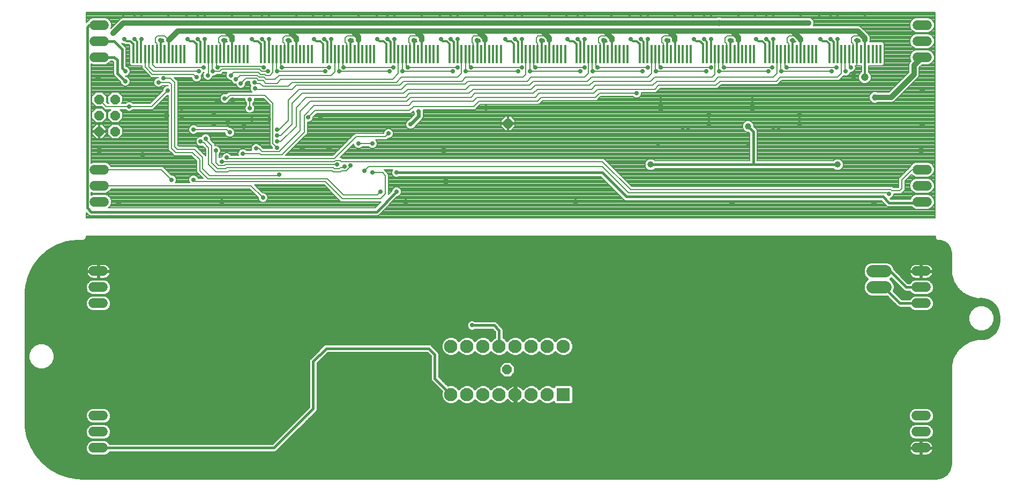
<source format=gtl>
G75*
%MOIN*%
%OFA0B0*%
%FSLAX24Y24*%
%IPPOS*%
%LPD*%
%AMOC8*
5,1,8,0,0,1.08239X$1,22.5*
%
%ADD10OC8,0.0600*%
%ADD11R,0.0126X0.1181*%
%ADD12C,0.0600*%
%ADD13C,0.0780*%
%ADD14R,0.0827X0.0827*%
%ADD15C,0.0827*%
%ADD16C,0.0278*%
%ADD17C,0.0120*%
%ADD18C,0.0079*%
%ADD19C,0.0357*%
%ADD20C,0.0320*%
%ADD21C,0.0475*%
%ADD22C,0.0240*%
%ADD23C,0.0396*%
%ADD24C,0.0160*%
D10*
X030610Y007243D03*
X006235Y022055D03*
X005235Y022055D03*
X005235Y023055D03*
X006235Y023055D03*
X006235Y024055D03*
X005235Y024055D03*
X030672Y022555D03*
D11*
X031046Y026885D03*
X031290Y026885D03*
X031535Y026885D03*
X031779Y026885D03*
X032023Y026885D03*
X032267Y026885D03*
X032511Y026885D03*
X032755Y026885D03*
X032999Y026885D03*
X033243Y026885D03*
X033487Y026885D03*
X033731Y026885D03*
X033975Y026885D03*
X034220Y026885D03*
X034921Y026885D03*
X035165Y026885D03*
X035410Y026885D03*
X035654Y026885D03*
X035898Y026885D03*
X036142Y026885D03*
X036386Y026885D03*
X036630Y026885D03*
X036874Y026885D03*
X037118Y026885D03*
X037362Y026885D03*
X037606Y026885D03*
X037850Y026885D03*
X038095Y026885D03*
X038859Y026885D03*
X039103Y026885D03*
X039347Y026885D03*
X039591Y026885D03*
X039835Y026885D03*
X040079Y026885D03*
X040323Y026885D03*
X040568Y026885D03*
X040812Y026885D03*
X041056Y026885D03*
X041300Y026885D03*
X041544Y026885D03*
X041788Y026885D03*
X042032Y026885D03*
X042796Y026885D03*
X043040Y026885D03*
X043285Y026885D03*
X043529Y026885D03*
X043773Y026885D03*
X044017Y026885D03*
X044261Y026885D03*
X044505Y026885D03*
X044749Y026885D03*
X044993Y026885D03*
X045237Y026885D03*
X045481Y026885D03*
X045725Y026885D03*
X045970Y026885D03*
X046671Y026885D03*
X046915Y026885D03*
X047160Y026885D03*
X047404Y026885D03*
X047648Y026885D03*
X047892Y026885D03*
X048136Y026885D03*
X048380Y026885D03*
X048624Y026885D03*
X048868Y026885D03*
X049112Y026885D03*
X049356Y026885D03*
X049600Y026885D03*
X049845Y026885D03*
X050671Y026885D03*
X050915Y026885D03*
X051160Y026885D03*
X051404Y026885D03*
X051648Y026885D03*
X051892Y026885D03*
X052136Y026885D03*
X052380Y026885D03*
X052624Y026885D03*
X052868Y026885D03*
X053112Y026885D03*
X053356Y026885D03*
X053600Y026885D03*
X053845Y026885D03*
X030220Y026885D03*
X029975Y026885D03*
X029731Y026885D03*
X029487Y026885D03*
X029243Y026885D03*
X028999Y026885D03*
X028755Y026885D03*
X028511Y026885D03*
X028267Y026885D03*
X028023Y026885D03*
X027779Y026885D03*
X027535Y026885D03*
X027290Y026885D03*
X027046Y026885D03*
X026282Y026885D03*
X026038Y026885D03*
X025794Y026885D03*
X025550Y026885D03*
X025306Y026885D03*
X025062Y026885D03*
X024818Y026885D03*
X024573Y026885D03*
X024329Y026885D03*
X024085Y026885D03*
X023841Y026885D03*
X023597Y026885D03*
X023353Y026885D03*
X023109Y026885D03*
X022345Y026885D03*
X022100Y026885D03*
X021856Y026885D03*
X021612Y026885D03*
X021368Y026885D03*
X021124Y026885D03*
X020880Y026885D03*
X020636Y026885D03*
X020392Y026885D03*
X020148Y026885D03*
X019904Y026885D03*
X019660Y026885D03*
X019415Y026885D03*
X019171Y026885D03*
X018470Y026885D03*
X018225Y026885D03*
X017981Y026885D03*
X017737Y026885D03*
X017493Y026885D03*
X017249Y026885D03*
X017005Y026885D03*
X016761Y026885D03*
X016517Y026885D03*
X016273Y026885D03*
X016029Y026885D03*
X015785Y026885D03*
X015540Y026885D03*
X015296Y026885D03*
X014470Y026885D03*
X014225Y026885D03*
X013981Y026885D03*
X013737Y026885D03*
X013493Y026885D03*
X013249Y026885D03*
X013005Y026885D03*
X012761Y026885D03*
X012517Y026885D03*
X012273Y026885D03*
X012029Y026885D03*
X011785Y026885D03*
X011540Y026885D03*
X011296Y026885D03*
X010532Y026885D03*
X010288Y026885D03*
X010044Y026885D03*
X009800Y026885D03*
X009556Y026885D03*
X009312Y026885D03*
X009068Y026885D03*
X008823Y026885D03*
X008579Y026885D03*
X008335Y026885D03*
X008091Y026885D03*
X007847Y026885D03*
X007603Y026885D03*
X007359Y026885D03*
D12*
X005535Y026680D02*
X004935Y026680D01*
X004935Y027680D02*
X005535Y027680D01*
X005535Y028680D02*
X004935Y028680D01*
X004935Y019680D02*
X005535Y019680D01*
X005535Y018680D02*
X004935Y018680D01*
X004935Y017680D02*
X005535Y017680D01*
X005472Y013368D02*
X004872Y013368D01*
X004872Y012368D02*
X005472Y012368D01*
X005472Y011368D02*
X004872Y011368D01*
X004872Y004368D02*
X005472Y004368D01*
X005472Y003368D02*
X004872Y003368D01*
X004872Y002368D02*
X005472Y002368D01*
X056060Y002368D02*
X056660Y002368D01*
X056660Y003368D02*
X056060Y003368D01*
X056060Y004368D02*
X056660Y004368D01*
X056660Y011368D02*
X056060Y011368D01*
X056060Y012368D02*
X056660Y012368D01*
X056660Y013368D02*
X056060Y013368D01*
X056122Y017680D02*
X056722Y017680D01*
X056722Y018680D02*
X056122Y018680D01*
X056122Y019680D02*
X056722Y019680D01*
X056722Y026680D02*
X056122Y026680D01*
X056122Y027680D02*
X056722Y027680D01*
X056722Y028680D02*
X056122Y028680D01*
D13*
X054125Y013368D02*
X053345Y013368D01*
X053345Y012368D02*
X054125Y012368D01*
D14*
X034110Y005680D03*
D15*
X033110Y005680D03*
X032110Y005680D03*
X031110Y005680D03*
X030110Y005680D03*
X029110Y005680D03*
X028110Y005680D03*
X027110Y005680D03*
X027110Y008680D03*
X028110Y008680D03*
X029110Y008680D03*
X030110Y008680D03*
X031110Y008680D03*
X032110Y008680D03*
X033110Y008680D03*
X034110Y008680D03*
D16*
X028422Y009993D03*
X015422Y017930D03*
X016422Y019368D03*
X014172Y020680D03*
X013172Y020430D03*
X012860Y020180D03*
X012485Y020868D03*
X011547Y021430D03*
X011860Y021618D03*
X011110Y022180D03*
X010360Y022868D03*
X010360Y023493D03*
X012360Y023118D03*
X012360Y022493D03*
X013360Y021993D03*
X014735Y022805D03*
X014610Y023493D03*
X014610Y024055D03*
X014922Y024743D03*
X014891Y025118D03*
X014047Y025055D03*
X013735Y025305D03*
X013422Y025555D03*
X012610Y026055D03*
X012297Y025805D03*
X011985Y025555D03*
X011422Y025805D03*
X011297Y025430D03*
X011735Y026055D03*
X009235Y025368D03*
X008922Y025118D03*
X009485Y024618D03*
X007110Y023618D03*
X006860Y025180D03*
X006860Y025805D03*
X009047Y027743D03*
X009556Y027743D03*
X010735Y027805D03*
X011360Y027805D03*
X011797Y027805D03*
X012985Y027743D03*
X013493Y027743D03*
X014735Y027805D03*
X015360Y027805D03*
X015797Y027805D03*
X016985Y027743D03*
X017493Y027743D03*
X017047Y028305D03*
X018610Y027805D03*
X019235Y027805D03*
X019672Y027805D03*
X020860Y027743D03*
X021368Y027743D03*
X022547Y027805D03*
X023172Y027805D03*
X023610Y027805D03*
X024797Y027743D03*
X025306Y027743D03*
X026485Y027805D03*
X027110Y027805D03*
X027547Y027805D03*
X028735Y027743D03*
X029243Y027743D03*
X030485Y027805D03*
X031110Y027805D03*
X031547Y027805D03*
X032735Y027743D03*
X033243Y027743D03*
X034360Y027805D03*
X034985Y027805D03*
X035422Y027805D03*
X036610Y027743D03*
X037118Y027743D03*
X038297Y027805D03*
X038922Y027805D03*
X039360Y027805D03*
X040547Y027743D03*
X041056Y027743D03*
X042235Y027805D03*
X042860Y027805D03*
X043297Y027805D03*
X044485Y027743D03*
X044993Y027743D03*
X046110Y027805D03*
X046735Y027805D03*
X047172Y027805D03*
X048360Y027743D03*
X048868Y027743D03*
X050110Y027805D03*
X050735Y027805D03*
X051172Y027805D03*
X052360Y027743D03*
X052868Y027743D03*
X051985Y026055D03*
X051672Y025805D03*
X051110Y026055D03*
X050797Y025805D03*
X047985Y026055D03*
X047672Y025805D03*
X047110Y026055D03*
X046860Y025805D03*
X044110Y026055D03*
X043797Y025805D03*
X043297Y026055D03*
X042985Y025805D03*
X040172Y026055D03*
X039860Y025805D03*
X039360Y026055D03*
X039047Y025805D03*
X038672Y024430D03*
X040172Y024055D03*
X040172Y023743D03*
X040172Y023430D03*
X041547Y022305D03*
X041860Y022305D03*
X043172Y022493D03*
X043172Y022805D03*
X043172Y023118D03*
X045860Y023430D03*
X045860Y023743D03*
X045860Y024055D03*
X048797Y023118D03*
X048797Y022805D03*
X048797Y022493D03*
X047485Y022305D03*
X047172Y022305D03*
X045610Y021305D03*
X039985Y021305D03*
X035922Y025805D03*
X036235Y026055D03*
X035422Y026055D03*
X035172Y025805D03*
X032360Y026055D03*
X032047Y025805D03*
X031547Y026055D03*
X031297Y025805D03*
X028360Y026055D03*
X028047Y025805D03*
X027547Y026055D03*
X027235Y025805D03*
X024422Y026055D03*
X024110Y025805D03*
X023547Y026055D03*
X023297Y025805D03*
X020422Y026055D03*
X020172Y025805D03*
X019547Y026055D03*
X019297Y025805D03*
X016610Y026055D03*
X016297Y025805D03*
X015735Y025805D03*
X015454Y026055D03*
X013047Y024118D03*
X015797Y022805D03*
X016297Y022180D03*
X016297Y021805D03*
X016297Y021430D03*
X016297Y021055D03*
X014985Y020993D03*
X018235Y022930D03*
X021360Y021305D03*
X022235Y021305D03*
X023235Y021930D03*
X024610Y022493D03*
X025110Y023305D03*
X020860Y019930D03*
X020485Y019868D03*
X020047Y019993D03*
X021735Y019618D03*
X022235Y019493D03*
X023735Y019493D03*
X023735Y018305D03*
X022735Y018305D03*
X011110Y019055D03*
X009735Y019055D03*
X007860Y027805D03*
X007422Y027805D03*
X006797Y027805D03*
X006735Y029368D03*
X007422Y029368D03*
X007860Y029368D03*
X009547Y029368D03*
X010672Y029368D03*
X011360Y029368D03*
X011797Y029368D03*
X013485Y029368D03*
X014672Y029368D03*
X015360Y029368D03*
X015797Y029368D03*
X017485Y029368D03*
X018547Y029368D03*
X019235Y029368D03*
X019672Y029368D03*
X021360Y029368D03*
X022485Y029368D03*
X023172Y029368D03*
X023610Y029368D03*
X025297Y029368D03*
X026422Y029368D03*
X027110Y029368D03*
X027547Y029368D03*
X029235Y029368D03*
X030422Y029368D03*
X031110Y029368D03*
X031547Y029368D03*
X033235Y029368D03*
X034297Y029368D03*
X034985Y029368D03*
X035422Y029368D03*
X037110Y029368D03*
X038235Y029368D03*
X038922Y029368D03*
X039360Y029368D03*
X041047Y029368D03*
X042172Y029368D03*
X042860Y029368D03*
X043297Y029368D03*
X044985Y029368D03*
X046047Y029368D03*
X046735Y029368D03*
X047172Y029368D03*
X048860Y029368D03*
X050047Y029368D03*
X050735Y029368D03*
X051172Y029368D03*
X052860Y029368D03*
X054360Y018180D03*
D17*
X052868Y025438D02*
X052868Y027743D01*
X052868Y026885D01*
X052380Y026885D02*
X052380Y027722D01*
X052360Y027743D01*
X051172Y027805D02*
X051160Y027792D01*
X051160Y026885D01*
X050915Y026885D02*
X050915Y027624D01*
X050735Y027805D01*
X050485Y027680D02*
X050235Y027680D01*
X050110Y027805D01*
X050485Y027680D02*
X050671Y027493D01*
X050671Y026885D01*
X048868Y026885D02*
X048868Y027743D01*
X048380Y027722D02*
X048360Y027743D01*
X048380Y027722D02*
X048380Y026885D01*
X047160Y026885D02*
X047160Y027792D01*
X047172Y027805D01*
X046915Y027624D02*
X046735Y027805D01*
X046915Y027624D02*
X046915Y026885D01*
X046671Y026885D02*
X046671Y027493D01*
X046485Y027680D01*
X046235Y027680D01*
X046110Y027805D01*
X044993Y027743D02*
X044993Y026885D01*
X044505Y026885D02*
X044505Y027722D01*
X044485Y027743D01*
X043297Y027805D02*
X043285Y027792D01*
X043285Y026885D01*
X043040Y026885D02*
X043040Y027624D01*
X042860Y027805D01*
X042610Y027680D02*
X042360Y027680D01*
X042235Y027805D01*
X042610Y027680D02*
X042796Y027493D01*
X042796Y026885D01*
X041056Y026885D02*
X041056Y027743D01*
X040568Y027722D02*
X040547Y027743D01*
X040568Y027722D02*
X040568Y026885D01*
X039347Y026885D02*
X039347Y027792D01*
X039360Y027805D01*
X039103Y027624D02*
X038922Y027805D01*
X039103Y027624D02*
X039103Y026885D01*
X038859Y026885D02*
X038859Y027493D01*
X038672Y027680D01*
X038422Y027680D01*
X038297Y027805D01*
X037118Y027743D02*
X037118Y026885D01*
X036630Y026885D02*
X036630Y027722D01*
X036610Y027743D01*
X035422Y027805D02*
X035410Y027792D01*
X035410Y026885D01*
X035165Y026885D02*
X035165Y027624D01*
X034985Y027805D01*
X034735Y027680D02*
X034485Y027680D01*
X034360Y027805D01*
X034735Y027680D02*
X034921Y027493D01*
X034921Y026885D01*
X033243Y026885D02*
X033243Y027743D01*
X032755Y027722D02*
X032735Y027743D01*
X032755Y027722D02*
X032755Y026885D01*
X031535Y026885D02*
X031535Y027792D01*
X031547Y027805D01*
X031290Y027624D02*
X031110Y027805D01*
X031290Y027624D02*
X031290Y026885D01*
X031046Y026885D02*
X031046Y027493D01*
X030860Y027680D01*
X030610Y027680D01*
X030485Y027805D01*
X029243Y027743D02*
X029243Y026885D01*
X028755Y026885D02*
X028755Y027722D01*
X028735Y027743D01*
X027547Y027805D02*
X027535Y027792D01*
X027535Y026885D01*
X027290Y026885D02*
X027290Y027624D01*
X027110Y027805D01*
X026860Y027680D02*
X026610Y027680D01*
X026485Y027805D01*
X026860Y027680D02*
X027046Y027493D01*
X027046Y026885D01*
X025306Y026885D02*
X025306Y027743D01*
X024818Y027722D02*
X024797Y027743D01*
X024818Y027722D02*
X024818Y026885D01*
X023597Y026885D02*
X023597Y027792D01*
X023610Y027805D01*
X023353Y027624D02*
X023172Y027805D01*
X023353Y027624D02*
X023353Y026885D01*
X023109Y026885D02*
X023109Y027493D01*
X022922Y027680D01*
X022672Y027680D01*
X022547Y027805D01*
X021368Y027743D02*
X021368Y026885D01*
X020880Y026885D02*
X020880Y027722D01*
X020860Y027743D01*
X019672Y027805D02*
X019660Y027792D01*
X019660Y026885D01*
X019415Y026885D02*
X019415Y027624D01*
X019235Y027805D01*
X018985Y027680D02*
X018735Y027680D01*
X018610Y027805D01*
X018985Y027680D02*
X019171Y027493D01*
X019171Y026885D01*
X017493Y026885D02*
X017493Y027743D01*
X017005Y027722D02*
X016985Y027743D01*
X017005Y027722D02*
X017005Y026885D01*
X015785Y026885D02*
X015785Y027792D01*
X015797Y027805D01*
X015540Y027624D02*
X015360Y027805D01*
X015540Y027624D02*
X015540Y026885D01*
X015296Y026885D02*
X015296Y027493D01*
X015110Y027680D01*
X014860Y027680D01*
X014735Y027805D01*
X013493Y027743D02*
X013493Y026885D01*
X013005Y026885D02*
X013005Y027722D01*
X012985Y027743D01*
X011797Y027805D02*
X011785Y027792D01*
X011785Y026885D01*
X011540Y026885D02*
X011540Y027624D01*
X011360Y027805D01*
X011110Y027680D02*
X010860Y027680D01*
X010735Y027805D01*
X011110Y027680D02*
X011296Y027493D01*
X011296Y026885D01*
X009556Y026885D02*
X009556Y027743D01*
X009068Y027722D02*
X009047Y027743D01*
X009068Y027722D02*
X009068Y026885D01*
X007847Y026885D02*
X007847Y027792D01*
X007860Y027805D01*
X007603Y027624D02*
X007422Y027805D01*
X007603Y027624D02*
X007603Y026885D01*
X007359Y026885D02*
X007359Y027493D01*
X007172Y027680D01*
X006922Y027680D01*
X006797Y027805D01*
D18*
X006786Y027507D02*
X006831Y027461D01*
X007081Y027461D01*
X007136Y027406D01*
X007136Y026228D01*
X007230Y026135D01*
X007892Y026135D01*
X007892Y025991D01*
X008349Y025535D01*
X008465Y025419D01*
X008936Y025419D01*
X008936Y025416D01*
X008863Y025416D01*
X008753Y025370D01*
X008669Y025287D01*
X008624Y025177D01*
X008624Y025058D01*
X008669Y024948D01*
X008753Y024865D01*
X008863Y024819D01*
X008982Y024819D01*
X009091Y024865D01*
X009146Y024919D01*
X009528Y024919D01*
X009530Y024916D01*
X009425Y024916D01*
X009316Y024870D01*
X009232Y024787D01*
X009186Y024677D01*
X009186Y024600D01*
X008403Y023816D01*
X007333Y023816D01*
X007279Y023870D01*
X007169Y023916D01*
X007050Y023916D01*
X006941Y023870D01*
X006887Y023816D01*
X006646Y023816D01*
X006694Y023865D01*
X006694Y024245D01*
X006425Y024514D01*
X006045Y024514D01*
X005775Y024245D01*
X005775Y023865D01*
X005824Y023816D01*
X005755Y023816D01*
X005694Y023877D01*
X005694Y024245D01*
X005425Y024514D01*
X005045Y024514D01*
X004775Y024245D01*
X004775Y023865D01*
X005045Y023596D01*
X005413Y023596D01*
X005590Y023419D01*
X005949Y023419D01*
X005775Y023245D01*
X005775Y022865D01*
X006045Y022596D01*
X006425Y022596D01*
X006694Y022865D01*
X006694Y023245D01*
X006521Y023419D01*
X006887Y023419D01*
X006941Y023365D01*
X007050Y023319D01*
X007169Y023319D01*
X007279Y023365D01*
X007333Y023419D01*
X008567Y023419D01*
X009467Y024319D01*
X009536Y024319D01*
X009536Y020910D01*
X009786Y020660D01*
X009903Y020544D01*
X010965Y020544D01*
X011286Y020223D01*
X011286Y019535D01*
X011693Y019129D01*
X011402Y019129D01*
X011363Y019224D01*
X011279Y019308D01*
X011169Y019353D01*
X011050Y019353D01*
X010941Y019308D01*
X010857Y019224D01*
X010811Y019114D01*
X010811Y018996D01*
X010857Y018886D01*
X010864Y018879D01*
X009981Y018879D01*
X009988Y018886D01*
X010033Y018996D01*
X010033Y019114D01*
X009988Y019224D01*
X009904Y019308D01*
X009794Y019353D01*
X009717Y019353D01*
X009192Y019879D01*
X005950Y019879D01*
X005924Y019940D01*
X005795Y020069D01*
X005626Y020139D01*
X004843Y020139D01*
X004724Y020090D01*
X004724Y026270D01*
X004843Y026221D01*
X005626Y026221D01*
X005795Y026291D01*
X005924Y026420D01*
X005933Y026441D01*
X006073Y026441D01*
X006120Y026393D01*
X006120Y025632D01*
X006157Y025544D01*
X006561Y025140D01*
X006561Y025121D01*
X006607Y025011D01*
X006691Y024927D01*
X006800Y024882D01*
X006919Y024882D01*
X007029Y024927D01*
X007113Y025011D01*
X007158Y025121D01*
X007158Y025239D01*
X007113Y025349D01*
X007029Y025433D01*
X006919Y025478D01*
X006900Y025478D01*
X006872Y025507D01*
X006919Y025507D01*
X007029Y025552D01*
X007113Y025636D01*
X007158Y025746D01*
X007158Y025864D01*
X007113Y025974D01*
X007029Y026058D01*
X006919Y026103D01*
X006912Y026103D01*
X006912Y027228D01*
X006875Y027316D01*
X006808Y027383D01*
X006646Y027545D01*
X006738Y027507D01*
X006786Y027507D01*
X006712Y027517D02*
X006674Y027517D01*
X006751Y027440D02*
X007102Y027440D01*
X007136Y027363D02*
X006828Y027363D01*
X006888Y027286D02*
X007136Y027286D01*
X007136Y027208D02*
X006912Y027208D01*
X006912Y027131D02*
X007136Y027131D01*
X007136Y027054D02*
X006912Y027054D01*
X006912Y026977D02*
X007136Y026977D01*
X007136Y026899D02*
X006912Y026899D01*
X006912Y026822D02*
X007136Y026822D01*
X007136Y026745D02*
X006912Y026745D01*
X006912Y026668D02*
X007136Y026668D01*
X007136Y026590D02*
X006912Y026590D01*
X006912Y026513D02*
X007136Y026513D01*
X007136Y026436D02*
X006912Y026436D01*
X006912Y026359D02*
X007136Y026359D01*
X007136Y026281D02*
X006912Y026281D01*
X006912Y026204D02*
X007160Y026204D01*
X007037Y026050D02*
X007892Y026050D01*
X007892Y026127D02*
X006912Y026127D01*
X007113Y025972D02*
X007911Y025972D01*
X007989Y025895D02*
X007145Y025895D01*
X007158Y025818D02*
X008066Y025818D01*
X008143Y025741D02*
X007156Y025741D01*
X007124Y025663D02*
X008220Y025663D01*
X008298Y025586D02*
X007063Y025586D01*
X007030Y025432D02*
X008452Y025432D01*
X008375Y025509D02*
X006925Y025509D01*
X007107Y025355D02*
X008737Y025355D01*
X008666Y025277D02*
X007143Y025277D01*
X007158Y025200D02*
X008634Y025200D01*
X008624Y025123D02*
X007158Y025123D01*
X007127Y025046D02*
X008629Y025046D01*
X008661Y024968D02*
X007070Y024968D01*
X006942Y024891D02*
X008727Y024891D01*
X008922Y025118D02*
X009610Y025118D01*
X009735Y024993D01*
X009735Y020993D01*
X009985Y020743D01*
X011047Y020743D01*
X011485Y020305D01*
X011485Y019618D01*
X011985Y019118D01*
X019422Y019118D01*
X020422Y018118D01*
X022547Y018118D01*
X022735Y018305D01*
X023047Y018180D02*
X023047Y019305D01*
X022860Y019493D01*
X022235Y019493D01*
X021985Y019868D02*
X021735Y019618D01*
X021985Y019868D02*
X036547Y019868D01*
X038172Y018243D01*
X054297Y018243D01*
X054360Y018180D01*
X054547Y018368D02*
X055047Y018368D01*
X055172Y018493D01*
X055172Y019055D01*
X055797Y019680D01*
X056422Y019680D01*
X056031Y019221D02*
X056814Y019221D01*
X056983Y019291D01*
X057112Y019420D01*
X057182Y019589D01*
X057182Y019771D01*
X057112Y019940D01*
X056983Y020069D01*
X056814Y020139D01*
X056031Y020139D01*
X055862Y020069D01*
X055733Y019940D01*
X055702Y019866D01*
X055599Y019762D01*
X054974Y019137D01*
X054974Y018575D01*
X054965Y018566D01*
X054630Y018566D01*
X054567Y018629D01*
X038380Y018629D01*
X036630Y020379D01*
X020380Y020379D01*
X020317Y020441D01*
X020215Y020441D01*
X021061Y021288D01*
X021061Y021246D01*
X021107Y021136D01*
X021191Y021052D01*
X021300Y021007D01*
X021419Y021007D01*
X021529Y021052D01*
X021583Y021106D01*
X022012Y021106D01*
X022066Y021052D01*
X022175Y021007D01*
X022294Y021007D01*
X022404Y021052D01*
X022488Y021136D01*
X022533Y021246D01*
X022533Y021364D01*
X022488Y021474D01*
X022418Y021544D01*
X023130Y021544D01*
X023217Y021632D01*
X023294Y021632D01*
X023404Y021677D01*
X023488Y021761D01*
X023533Y021871D01*
X023533Y021989D01*
X023488Y022099D01*
X023404Y022183D01*
X023294Y022228D01*
X023175Y022228D01*
X023066Y022183D01*
X022982Y022099D01*
X022936Y021989D01*
X022936Y021941D01*
X021153Y021941D01*
X021036Y021825D01*
X019778Y020566D01*
X016840Y020566D01*
X018067Y021794D01*
X018184Y021910D01*
X018184Y022632D01*
X018294Y022632D01*
X018404Y022677D01*
X018488Y022761D01*
X018533Y022871D01*
X018533Y022947D01*
X018755Y023169D01*
X024630Y023169D01*
X024746Y023285D01*
X024811Y023351D01*
X024811Y023246D01*
X024830Y023200D01*
X024830Y023108D01*
X024487Y022765D01*
X024441Y022745D01*
X024357Y022662D01*
X024311Y022552D01*
X024311Y022433D01*
X024357Y022323D01*
X024441Y022240D01*
X024550Y022194D01*
X024669Y022194D01*
X024779Y022240D01*
X024863Y022323D01*
X024882Y022369D01*
X025268Y022756D01*
X025347Y022834D01*
X025389Y022937D01*
X025389Y023200D01*
X025408Y023246D01*
X025408Y023364D01*
X025386Y023419D01*
X028630Y023419D01*
X028746Y023535D01*
X028942Y023731D01*
X032567Y023731D01*
X032684Y023848D01*
X032817Y023981D01*
X036192Y023981D01*
X036309Y024098D01*
X036442Y024231D01*
X038449Y024231D01*
X038503Y024177D01*
X038613Y024132D01*
X038732Y024132D01*
X038841Y024177D01*
X038925Y024261D01*
X038971Y024371D01*
X038971Y024481D01*
X039880Y024481D01*
X040130Y024731D01*
X043692Y024731D01*
X043942Y024981D01*
X047442Y024981D01*
X047692Y025231D01*
X051255Y025231D01*
X051486Y025463D01*
X051554Y025531D01*
X051613Y025507D01*
X051732Y025507D01*
X051841Y025552D01*
X051925Y025636D01*
X051971Y025746D01*
X051971Y025757D01*
X052044Y025757D01*
X052154Y025802D01*
X052238Y025886D01*
X052283Y025996D01*
X052283Y026114D01*
X052272Y026142D01*
X052288Y026158D01*
X052299Y026155D01*
X052380Y026155D01*
X052380Y026885D01*
X052380Y027615D01*
X052331Y027615D01*
X052246Y027700D01*
X052246Y027785D01*
X052255Y027794D01*
X052482Y027794D01*
X052549Y027727D01*
X052549Y027679D01*
X052567Y027635D01*
X052495Y027635D01*
X052472Y027612D01*
X052461Y027615D01*
X052380Y027615D01*
X052380Y026885D01*
X052380Y026885D01*
X052380Y026155D01*
X052461Y026155D01*
X052472Y026158D01*
X052495Y026135D01*
X052649Y026135D01*
X052649Y025772D01*
X052635Y025766D01*
X052523Y025655D01*
X052463Y025509D01*
X051738Y025509D01*
X051607Y025509D02*
X051532Y025509D01*
X051455Y025432D02*
X052463Y025432D01*
X052463Y025509D02*
X052463Y025351D01*
X052523Y025205D01*
X052635Y025094D01*
X052781Y025033D01*
X052939Y025033D01*
X053085Y025094D01*
X053196Y025205D01*
X053257Y025351D01*
X053257Y025509D01*
X053196Y025655D01*
X053088Y025763D01*
X053088Y026135D01*
X053974Y026135D01*
X054067Y026228D01*
X054067Y027541D01*
X053974Y027635D01*
X053169Y027635D01*
X053188Y027679D01*
X053188Y027923D01*
X053139Y028040D01*
X053049Y028130D01*
X052603Y028576D01*
X052486Y028624D01*
X049651Y028624D01*
X049698Y028738D01*
X049698Y028872D01*
X049646Y028996D01*
X049551Y029091D01*
X049427Y029143D01*
X049293Y029143D01*
X049248Y029124D01*
X045534Y029124D01*
X045490Y029143D01*
X045355Y029143D01*
X045311Y029124D01*
X043960Y029124D01*
X043868Y029162D01*
X043726Y029162D01*
X043634Y029124D01*
X041659Y029124D01*
X041615Y029143D01*
X041480Y029143D01*
X041436Y029124D01*
X037722Y029124D01*
X037677Y029143D01*
X037543Y029143D01*
X037498Y029124D01*
X033784Y029124D01*
X033740Y029143D01*
X033605Y029143D01*
X033561Y029124D01*
X029909Y029124D01*
X029865Y029143D01*
X029730Y029143D01*
X029686Y029124D01*
X025909Y029124D01*
X025865Y029143D01*
X025730Y029143D01*
X025686Y029124D01*
X021972Y029124D01*
X021927Y029143D01*
X021793Y029143D01*
X021748Y029124D01*
X018034Y029124D01*
X017990Y029143D01*
X017855Y029143D01*
X017811Y029124D01*
X014159Y029124D01*
X014115Y029143D01*
X013980Y029143D01*
X013936Y029124D01*
X010159Y029124D01*
X010115Y029143D01*
X009980Y029143D01*
X009936Y029124D01*
X006671Y029124D01*
X006554Y029076D01*
X005963Y028485D01*
X005949Y028479D01*
X005994Y028589D01*
X005994Y028771D01*
X005924Y028940D01*
X005795Y029069D01*
X005626Y029139D01*
X004843Y029139D01*
X004434Y029139D01*
X004434Y029062D02*
X004667Y029062D01*
X004675Y029069D02*
X004545Y028940D01*
X004532Y028907D01*
X004532Y028908D02*
X004434Y028908D01*
X004474Y028883D02*
X004434Y028842D01*
X004434Y029481D01*
X057224Y029481D01*
X057224Y016680D01*
X004434Y016680D01*
X004434Y017018D01*
X004532Y016919D01*
X004599Y016852D01*
X004687Y016816D01*
X022532Y016816D01*
X022620Y016852D01*
X023775Y018007D01*
X023794Y018007D01*
X023904Y018052D01*
X023988Y018136D01*
X024033Y018246D01*
X024033Y018364D01*
X023988Y018474D01*
X023904Y018558D01*
X023794Y018603D01*
X023675Y018603D01*
X023566Y018558D01*
X023482Y018474D01*
X023436Y018364D01*
X023436Y018345D01*
X023246Y018155D01*
X023246Y018262D01*
X023246Y019387D01*
X023059Y019575D01*
X022965Y019669D01*
X023489Y019669D01*
X023482Y019662D01*
X023436Y019552D01*
X023436Y019433D01*
X023482Y019323D01*
X023566Y019240D01*
X023675Y019194D01*
X023794Y019194D01*
X023904Y019240D01*
X023918Y019253D01*
X036448Y019253D01*
X037844Y017857D01*
X037912Y017790D01*
X038000Y017753D01*
X053886Y017753D01*
X054157Y017482D01*
X054224Y017415D01*
X054312Y017378D01*
X055775Y017378D01*
X055862Y017291D01*
X056031Y017221D01*
X056814Y017221D01*
X056983Y017291D01*
X057112Y017420D01*
X057182Y017589D01*
X057182Y017771D01*
X057112Y017940D01*
X056983Y018069D01*
X056814Y018139D01*
X056031Y018139D01*
X055862Y018069D01*
X055733Y017940D01*
X055698Y017857D01*
X054459Y017857D01*
X054430Y017886D01*
X054529Y017927D01*
X054613Y018011D01*
X054658Y018121D01*
X054658Y018169D01*
X055130Y018169D01*
X055255Y018294D01*
X055371Y018410D01*
X055371Y018973D01*
X055776Y019377D01*
X055862Y019291D01*
X056031Y019221D01*
X056031Y019139D02*
X055862Y019069D01*
X055733Y018940D01*
X055663Y018771D01*
X055663Y018589D01*
X055733Y018420D01*
X055862Y018291D01*
X056031Y018221D01*
X056814Y018221D01*
X056983Y018291D01*
X057112Y018420D01*
X057182Y018589D01*
X057182Y018771D01*
X057112Y018940D01*
X056983Y019069D01*
X056814Y019139D01*
X056031Y019139D01*
X055931Y019098D02*
X055496Y019098D01*
X055419Y019021D02*
X055814Y019021D01*
X055736Y018944D02*
X055371Y018944D01*
X055371Y018866D02*
X055702Y018866D01*
X055670Y018789D02*
X055371Y018789D01*
X055371Y018712D02*
X055663Y018712D01*
X055663Y018635D02*
X055371Y018635D01*
X055371Y018557D02*
X055676Y018557D01*
X055708Y018480D02*
X055371Y018480D01*
X055364Y018403D02*
X055750Y018403D01*
X055827Y018326D02*
X055287Y018326D01*
X055209Y018248D02*
X055964Y018248D01*
X055921Y018094D02*
X054647Y018094D01*
X054615Y018017D02*
X055809Y018017D01*
X055733Y017939D02*
X054541Y017939D01*
X054454Y017862D02*
X055701Y017862D01*
X055132Y018171D02*
X057224Y018171D01*
X057224Y018094D02*
X056923Y018094D01*
X057035Y018017D02*
X057224Y018017D01*
X057224Y017939D02*
X057112Y017939D01*
X057144Y017862D02*
X057224Y017862D01*
X057224Y017785D02*
X057176Y017785D01*
X057182Y017708D02*
X057224Y017708D01*
X057224Y017630D02*
X057182Y017630D01*
X057167Y017553D02*
X057224Y017553D01*
X057224Y017476D02*
X057135Y017476D01*
X057091Y017399D02*
X057224Y017399D01*
X057224Y017322D02*
X057014Y017322D01*
X056871Y017244D02*
X057224Y017244D01*
X057224Y017167D02*
X022935Y017167D01*
X022858Y017090D02*
X057224Y017090D01*
X057224Y017013D02*
X022781Y017013D01*
X022704Y016935D02*
X057224Y016935D01*
X057224Y016858D02*
X022626Y016858D01*
X022386Y017294D02*
X005799Y017294D01*
X005924Y017420D01*
X005994Y017589D01*
X005994Y017771D01*
X005924Y017940D01*
X005795Y018069D01*
X005626Y018139D01*
X004843Y018139D01*
X004724Y018090D01*
X004724Y018270D01*
X004843Y018221D01*
X005626Y018221D01*
X005795Y018291D01*
X005924Y018420D01*
X005950Y018481D01*
X014590Y018481D01*
X015124Y017947D01*
X015124Y017871D01*
X015169Y017761D01*
X015253Y017677D01*
X015363Y017632D01*
X015482Y017632D01*
X015591Y017677D01*
X015675Y017761D01*
X015721Y017871D01*
X015721Y017989D01*
X015675Y018099D01*
X015591Y018183D01*
X015482Y018228D01*
X015405Y018228D01*
X014902Y018731D01*
X019215Y018731D01*
X020161Y017785D01*
X020278Y017669D01*
X022760Y017669D01*
X022386Y017294D01*
X022413Y017322D02*
X005826Y017322D01*
X005903Y017399D02*
X022490Y017399D01*
X022567Y017476D02*
X005948Y017476D01*
X005980Y017553D02*
X022645Y017553D01*
X022722Y017630D02*
X005994Y017630D01*
X005994Y017708D02*
X015223Y017708D01*
X015159Y017785D02*
X005989Y017785D01*
X005957Y017862D02*
X015127Y017862D01*
X015124Y017939D02*
X005925Y017939D01*
X005848Y018017D02*
X015055Y018017D01*
X014977Y018094D02*
X005736Y018094D01*
X005693Y018248D02*
X014823Y018248D01*
X014900Y018171D02*
X004724Y018171D01*
X004724Y018094D02*
X004734Y018094D01*
X004724Y018248D02*
X004776Y018248D01*
X005235Y018680D02*
X014672Y018680D01*
X015422Y017930D01*
X015721Y017939D02*
X020007Y017939D01*
X020084Y017862D02*
X015717Y017862D01*
X015685Y017785D02*
X020161Y017785D01*
X020239Y017708D02*
X015622Y017708D01*
X015709Y018017D02*
X019930Y018017D01*
X019852Y018094D02*
X015677Y018094D01*
X015603Y018171D02*
X019775Y018171D01*
X019698Y018248D02*
X015385Y018248D01*
X015308Y018326D02*
X019621Y018326D01*
X019543Y018403D02*
X015231Y018403D01*
X015153Y018480D02*
X019466Y018480D01*
X019389Y018557D02*
X015076Y018557D01*
X014999Y018635D02*
X019312Y018635D01*
X019234Y018712D02*
X014922Y018712D01*
X014668Y018403D02*
X005907Y018403D01*
X005949Y018480D02*
X014591Y018480D01*
X014746Y018326D02*
X005830Y018326D01*
X005235Y019680D02*
X009110Y019680D01*
X009735Y019055D01*
X010012Y018944D02*
X010833Y018944D01*
X010811Y019021D02*
X010033Y019021D01*
X010033Y019098D02*
X010811Y019098D01*
X010837Y019175D02*
X010008Y019175D01*
X009959Y019253D02*
X010885Y019253D01*
X010993Y019330D02*
X009851Y019330D01*
X009664Y019407D02*
X011414Y019407D01*
X011337Y019484D02*
X009587Y019484D01*
X009509Y019562D02*
X011286Y019562D01*
X011286Y019639D02*
X009432Y019639D01*
X009355Y019716D02*
X011286Y019716D01*
X011286Y019793D02*
X009278Y019793D01*
X009200Y019870D02*
X011286Y019870D01*
X011286Y019948D02*
X005917Y019948D01*
X005840Y020025D02*
X011286Y020025D01*
X011286Y020102D02*
X005716Y020102D01*
X004754Y020102D02*
X004724Y020102D01*
X004724Y020179D02*
X011286Y020179D01*
X011252Y020257D02*
X004724Y020257D01*
X004724Y020334D02*
X011175Y020334D01*
X011098Y020411D02*
X004724Y020411D01*
X004724Y020488D02*
X011020Y020488D01*
X011172Y020930D02*
X011672Y020430D01*
X011672Y019743D01*
X012110Y019305D01*
X016360Y019305D01*
X016422Y019368D01*
X013896Y020566D02*
X013439Y020566D01*
X013425Y020599D01*
X013341Y020683D01*
X013232Y020728D01*
X013113Y020728D01*
X013003Y020683D01*
X012919Y020599D01*
X012874Y020489D01*
X012874Y020478D01*
X012800Y020478D01*
X012691Y020433D01*
X012684Y020426D01*
X012684Y020644D01*
X012738Y020698D01*
X012783Y020808D01*
X012783Y020927D01*
X012738Y021037D01*
X012654Y021120D01*
X012544Y021166D01*
X012434Y021166D01*
X012434Y021262D01*
X012317Y021379D01*
X012152Y021544D01*
X012158Y021558D01*
X012158Y021677D01*
X012113Y021787D01*
X012029Y021870D01*
X011919Y021916D01*
X011800Y021916D01*
X011691Y021870D01*
X011607Y021787D01*
X011583Y021728D01*
X011488Y021728D01*
X011378Y021683D01*
X011294Y021599D01*
X011249Y021489D01*
X011249Y021371D01*
X011294Y021261D01*
X011378Y021177D01*
X011488Y021132D01*
X011607Y021132D01*
X011665Y021156D01*
X011849Y020973D01*
X011849Y020535D01*
X011755Y020629D01*
X011255Y021129D01*
X010192Y021129D01*
X010121Y021200D01*
X010121Y025200D01*
X011105Y025200D01*
X011128Y025177D02*
X011238Y025132D01*
X011357Y025132D01*
X011466Y025177D01*
X011550Y025261D01*
X011596Y025371D01*
X011596Y025489D01*
X011573Y025544D01*
X011591Y025552D01*
X011675Y025636D01*
X011721Y025746D01*
X011721Y025757D01*
X011764Y025757D01*
X011732Y025724D01*
X011686Y025614D01*
X011686Y025496D01*
X011732Y025386D01*
X011816Y025302D01*
X011925Y025257D01*
X012044Y025257D01*
X012154Y025302D01*
X012238Y025386D01*
X012283Y025496D01*
X012283Y025507D01*
X012357Y025507D01*
X012466Y025552D01*
X012521Y025606D01*
X012817Y025606D01*
X012942Y025731D01*
X013177Y025731D01*
X013169Y025724D01*
X013124Y025614D01*
X013124Y025496D01*
X013169Y025386D01*
X013253Y025302D01*
X013363Y025257D01*
X013436Y025257D01*
X013436Y025246D01*
X013482Y025136D01*
X013566Y025052D01*
X013675Y025007D01*
X013749Y025007D01*
X013749Y024996D01*
X013794Y024886D01*
X013878Y024802D01*
X013988Y024757D01*
X014107Y024757D01*
X014216Y024802D01*
X014300Y024886D01*
X014346Y024996D01*
X014346Y025072D01*
X014442Y025169D01*
X014593Y025169D01*
X014593Y025058D01*
X014638Y024948D01*
X014672Y024914D01*
X014669Y024912D01*
X014624Y024802D01*
X014624Y024683D01*
X014669Y024573D01*
X014739Y024504D01*
X013278Y024504D01*
X013165Y024392D01*
X013107Y024416D01*
X012988Y024416D01*
X012878Y024370D01*
X012794Y024287D01*
X012749Y024177D01*
X012749Y024058D01*
X012794Y023948D01*
X012878Y023865D01*
X012988Y023819D01*
X013107Y023819D01*
X013216Y023865D01*
X013300Y023948D01*
X013312Y023976D01*
X013442Y024106D01*
X014311Y024106D01*
X014311Y023996D01*
X014357Y023886D01*
X014411Y023832D01*
X014411Y023716D01*
X014357Y023662D01*
X014311Y023552D01*
X014311Y023433D01*
X014357Y023323D01*
X014441Y023240D01*
X014550Y023194D01*
X014669Y023194D01*
X014779Y023240D01*
X014863Y023323D01*
X014908Y023433D01*
X014908Y023552D01*
X014863Y023662D01*
X014809Y023716D01*
X014809Y023832D01*
X014863Y023886D01*
X014908Y023996D01*
X014908Y024106D01*
X015465Y024106D01*
X015849Y023723D01*
X015849Y021223D01*
X015999Y021072D01*
X015999Y021004D01*
X015442Y021004D01*
X015255Y021191D01*
X015208Y021191D01*
X015154Y021245D01*
X015044Y021291D01*
X014925Y021291D01*
X014816Y021245D01*
X014732Y021162D01*
X014686Y021052D01*
X014686Y020933D01*
X014709Y020879D01*
X014396Y020879D01*
X014341Y020933D01*
X014232Y020978D01*
X014113Y020978D01*
X014003Y020933D01*
X013919Y020849D01*
X013874Y020739D01*
X013874Y020621D01*
X013896Y020566D01*
X013874Y020643D02*
X013382Y020643D01*
X013252Y020720D02*
X013874Y020720D01*
X013898Y020797D02*
X012779Y020797D01*
X012783Y020875D02*
X013945Y020875D01*
X014049Y020952D02*
X012773Y020952D01*
X012741Y021029D02*
X014686Y021029D01*
X014686Y020952D02*
X014296Y020952D01*
X014172Y020680D02*
X015235Y020680D01*
X015297Y020618D01*
X016610Y020618D01*
X017985Y021993D01*
X017985Y023055D01*
X018610Y023680D01*
X024485Y023680D01*
X024735Y023930D01*
X028485Y023930D01*
X028735Y024180D01*
X032360Y024180D01*
X032610Y024430D01*
X035985Y024430D01*
X036235Y024680D01*
X039797Y024680D01*
X040047Y024930D01*
X043610Y024930D01*
X043860Y025180D01*
X047360Y025180D01*
X047610Y025430D01*
X051172Y025430D01*
X051404Y025661D01*
X051404Y026885D01*
X051648Y026885D02*
X051648Y025830D01*
X051672Y025805D01*
X051876Y025586D02*
X052495Y025586D01*
X052532Y025663D02*
X051937Y025663D01*
X051969Y025741D02*
X052609Y025741D01*
X052649Y025818D02*
X052170Y025818D01*
X052242Y025895D02*
X052649Y025895D01*
X052649Y025972D02*
X052274Y025972D01*
X052283Y026050D02*
X052649Y026050D01*
X052649Y026127D02*
X052278Y026127D01*
X052380Y026204D02*
X052380Y026204D01*
X052380Y026281D02*
X052380Y026281D01*
X052380Y026359D02*
X052380Y026359D01*
X052380Y026436D02*
X052380Y026436D01*
X052380Y026513D02*
X052380Y026513D01*
X052380Y026590D02*
X052380Y026590D01*
X052380Y026668D02*
X052380Y026668D01*
X052380Y026745D02*
X052380Y026745D01*
X052380Y026822D02*
X052380Y026822D01*
X052380Y026885D02*
X052380Y026885D01*
X052380Y026899D02*
X052380Y026899D01*
X052380Y026977D02*
X052380Y026977D01*
X052380Y027054D02*
X052380Y027054D01*
X052380Y027131D02*
X052380Y027131D01*
X052380Y027208D02*
X052380Y027208D01*
X052380Y027286D02*
X052380Y027286D01*
X052380Y027363D02*
X052380Y027363D01*
X052380Y027440D02*
X052380Y027440D01*
X052380Y027517D02*
X052380Y027517D01*
X052380Y027595D02*
X052380Y027595D01*
X052274Y027672D02*
X052552Y027672D01*
X052527Y027749D02*
X052246Y027749D01*
X052047Y027868D02*
X052047Y027618D01*
X052136Y027529D01*
X052136Y026885D01*
X051892Y026885D02*
X051892Y026148D01*
X051985Y026055D01*
X053088Y026050D02*
X055603Y026050D01*
X055603Y026127D02*
X053088Y026127D01*
X053088Y025972D02*
X055603Y025972D01*
X055603Y025895D02*
X053088Y025895D01*
X053088Y025818D02*
X055603Y025818D01*
X055603Y025750D02*
X054353Y024499D01*
X053648Y024499D01*
X053556Y024537D01*
X053414Y024537D01*
X053282Y024483D01*
X053182Y024382D01*
X053127Y024251D01*
X053127Y024109D01*
X053182Y023978D01*
X053282Y023877D01*
X053414Y023823D01*
X053556Y023823D01*
X053648Y023861D01*
X054548Y023861D01*
X054666Y023909D01*
X056103Y025347D01*
X056193Y025437D01*
X056242Y025554D01*
X056242Y026048D01*
X056415Y026221D01*
X056814Y026221D01*
X056983Y026291D01*
X057112Y026420D01*
X057182Y026589D01*
X057182Y026771D01*
X057112Y026940D01*
X056983Y027069D01*
X056814Y027139D01*
X056031Y027139D01*
X055862Y027069D01*
X055733Y026940D01*
X055663Y026771D01*
X055663Y026589D01*
X055726Y026436D01*
X054067Y026436D01*
X054067Y026513D02*
X055694Y026513D01*
X055663Y026590D02*
X054067Y026590D01*
X054067Y026668D02*
X055663Y026668D01*
X055663Y026745D02*
X054067Y026745D01*
X054067Y026822D02*
X055684Y026822D01*
X055716Y026899D02*
X054067Y026899D01*
X054067Y026977D02*
X055769Y026977D01*
X055847Y027054D02*
X054067Y027054D01*
X054067Y027131D02*
X056011Y027131D01*
X056031Y027221D02*
X056814Y027221D01*
X056983Y027291D01*
X057112Y027420D01*
X057182Y027589D01*
X057182Y027771D01*
X057112Y027940D01*
X056983Y028069D01*
X056814Y028139D01*
X056031Y028139D01*
X055862Y028069D01*
X055733Y027940D01*
X055663Y027771D01*
X055663Y027589D01*
X055733Y027420D01*
X055862Y027291D01*
X056031Y027221D01*
X055874Y027286D02*
X054067Y027286D01*
X054067Y027363D02*
X055790Y027363D01*
X055725Y027440D02*
X054067Y027440D01*
X054067Y027517D02*
X055693Y027517D01*
X055663Y027595D02*
X054014Y027595D01*
X054067Y027208D02*
X057224Y027208D01*
X057224Y027131D02*
X056834Y027131D01*
X056998Y027054D02*
X057224Y027054D01*
X057224Y026977D02*
X057075Y026977D01*
X057129Y026899D02*
X057224Y026899D01*
X057224Y026822D02*
X057161Y026822D01*
X057182Y026745D02*
X057224Y026745D01*
X057224Y026668D02*
X057182Y026668D01*
X057182Y026590D02*
X057224Y026590D01*
X057224Y026513D02*
X057150Y026513D01*
X057118Y026436D02*
X057224Y026436D01*
X057224Y026359D02*
X057051Y026359D01*
X056960Y026281D02*
X057224Y026281D01*
X057224Y026204D02*
X056398Y026204D01*
X056321Y026127D02*
X057224Y026127D01*
X057224Y026050D02*
X056244Y026050D01*
X056242Y025972D02*
X057224Y025972D01*
X057224Y025895D02*
X056242Y025895D01*
X056242Y025818D02*
X057224Y025818D01*
X057224Y025741D02*
X056242Y025741D01*
X056242Y025663D02*
X057224Y025663D01*
X057224Y025586D02*
X056242Y025586D01*
X056223Y025509D02*
X057224Y025509D01*
X057224Y025432D02*
X056188Y025432D01*
X056111Y025355D02*
X057224Y025355D01*
X057224Y025277D02*
X056034Y025277D01*
X055957Y025200D02*
X057224Y025200D01*
X057224Y025123D02*
X055879Y025123D01*
X055802Y025046D02*
X057224Y025046D01*
X057224Y024968D02*
X055725Y024968D01*
X055648Y024891D02*
X057224Y024891D01*
X057224Y024814D02*
X055570Y024814D01*
X055493Y024737D02*
X057224Y024737D01*
X057224Y024659D02*
X055416Y024659D01*
X055339Y024582D02*
X057224Y024582D01*
X057224Y024505D02*
X055261Y024505D01*
X055184Y024428D02*
X057224Y024428D01*
X057224Y024350D02*
X055107Y024350D01*
X055030Y024273D02*
X057224Y024273D01*
X057224Y024196D02*
X054952Y024196D01*
X054875Y024119D02*
X057224Y024119D01*
X057224Y024041D02*
X054798Y024041D01*
X054721Y023964D02*
X057224Y023964D01*
X057224Y023887D02*
X054612Y023887D01*
X053272Y023887D02*
X032723Y023887D01*
X032800Y023964D02*
X053195Y023964D01*
X053155Y024041D02*
X036252Y024041D01*
X036330Y024119D02*
X053127Y024119D01*
X053127Y024196D02*
X038860Y024196D01*
X038930Y024273D02*
X053137Y024273D01*
X053168Y024350D02*
X038962Y024350D01*
X038971Y024428D02*
X053227Y024428D01*
X053335Y024505D02*
X039903Y024505D01*
X039981Y024582D02*
X054435Y024582D01*
X054358Y024505D02*
X053635Y024505D01*
X052969Y025046D02*
X054899Y025046D01*
X054976Y025123D02*
X053114Y025123D01*
X053191Y025200D02*
X055053Y025200D01*
X055130Y025277D02*
X053226Y025277D01*
X053257Y025355D02*
X055208Y025355D01*
X055285Y025432D02*
X053257Y025432D01*
X053257Y025509D02*
X055362Y025509D01*
X055439Y025586D02*
X053225Y025586D01*
X053188Y025663D02*
X055517Y025663D01*
X055594Y025741D02*
X053110Y025741D01*
X052463Y025355D02*
X051378Y025355D01*
X051301Y025277D02*
X052494Y025277D01*
X052529Y025200D02*
X047661Y025200D01*
X047584Y025123D02*
X052606Y025123D01*
X052751Y025046D02*
X047506Y025046D01*
X047172Y025430D02*
X047404Y025661D01*
X047404Y026885D01*
X047648Y026885D02*
X047648Y025830D01*
X047672Y025805D01*
X050797Y025805D01*
X051110Y026055D02*
X047985Y026055D01*
X047892Y026148D01*
X047892Y026885D01*
X048136Y026885D02*
X048136Y027529D01*
X048047Y027618D01*
X048047Y027868D01*
X048172Y027993D01*
X048618Y027993D01*
X048868Y027743D01*
X048567Y027635D02*
X048495Y027635D01*
X048472Y027612D01*
X048461Y027615D01*
X048380Y027615D01*
X048331Y027615D01*
X048246Y027700D01*
X048246Y027785D01*
X048255Y027794D01*
X048419Y027794D01*
X048559Y027654D01*
X048567Y027635D01*
X048541Y027672D02*
X048274Y027672D01*
X048246Y027749D02*
X048464Y027749D01*
X048380Y027615D02*
X048380Y026885D01*
X048380Y027615D01*
X048380Y027595D02*
X048380Y027595D01*
X048380Y027517D02*
X048380Y027517D01*
X048380Y027440D02*
X048380Y027440D01*
X048380Y027363D02*
X048380Y027363D01*
X048380Y027286D02*
X048380Y027286D01*
X048380Y027208D02*
X048380Y027208D01*
X048380Y027131D02*
X048380Y027131D01*
X048380Y027054D02*
X048380Y027054D01*
X048380Y026977D02*
X048380Y026977D01*
X048380Y026899D02*
X048380Y026899D01*
X048380Y026885D02*
X048380Y026885D01*
X047110Y026055D02*
X044110Y026055D01*
X044017Y026148D01*
X044017Y026885D01*
X044261Y026885D02*
X044261Y027529D01*
X044172Y027618D01*
X044172Y027868D01*
X044297Y027993D01*
X044743Y027993D01*
X044993Y027743D01*
X044674Y027749D02*
X044371Y027749D01*
X044371Y027785D02*
X044371Y027700D01*
X044456Y027615D01*
X044505Y027615D01*
X044505Y026885D01*
X044505Y026885D01*
X044505Y027615D01*
X044586Y027615D01*
X044597Y027612D01*
X044620Y027635D01*
X044692Y027635D01*
X044674Y027679D01*
X044674Y027781D01*
X044661Y027794D01*
X044380Y027794D01*
X044371Y027785D01*
X044399Y027672D02*
X044677Y027672D01*
X044505Y027595D02*
X044505Y027595D01*
X044505Y027517D02*
X044505Y027517D01*
X044505Y027440D02*
X044505Y027440D01*
X044505Y027363D02*
X044505Y027363D01*
X044505Y027286D02*
X044505Y027286D01*
X044505Y027208D02*
X044505Y027208D01*
X044505Y027131D02*
X044505Y027131D01*
X044505Y027054D02*
X044505Y027054D01*
X044505Y026977D02*
X044505Y026977D01*
X044505Y026899D02*
X044505Y026899D01*
X043773Y026885D02*
X043773Y025830D01*
X043797Y025805D01*
X046860Y025805D01*
X047172Y025430D02*
X043735Y025430D01*
X043485Y025180D01*
X039922Y025180D01*
X039672Y024930D01*
X036110Y024930D01*
X035860Y024680D01*
X032485Y024680D01*
X032235Y024430D01*
X028610Y024430D01*
X028360Y024180D01*
X024610Y024180D01*
X024360Y023930D01*
X018360Y023930D01*
X017735Y023305D01*
X017735Y022118D01*
X016422Y020805D01*
X015360Y020805D01*
X015172Y020993D01*
X014985Y020993D01*
X014709Y021106D02*
X012668Y021106D01*
X012434Y021184D02*
X014754Y021184D01*
X014853Y021261D02*
X012434Y021261D01*
X012358Y021338D02*
X015849Y021338D01*
X015849Y021261D02*
X015117Y021261D01*
X015262Y021184D02*
X015888Y021184D01*
X015965Y021106D02*
X015340Y021106D01*
X015417Y021029D02*
X015999Y021029D01*
X016047Y021305D02*
X016297Y021055D01*
X016047Y021305D02*
X016047Y023805D01*
X015547Y024305D01*
X013360Y024305D01*
X013172Y024118D01*
X013047Y024118D01*
X012749Y024119D02*
X010121Y024119D01*
X010121Y024196D02*
X012757Y024196D01*
X012789Y024273D02*
X010121Y024273D01*
X010121Y024350D02*
X012858Y024350D01*
X012756Y024041D02*
X010121Y024041D01*
X010121Y023964D02*
X012788Y023964D01*
X012856Y023887D02*
X010121Y023887D01*
X010121Y023810D02*
X014411Y023810D01*
X014411Y023732D02*
X010121Y023732D01*
X010121Y023655D02*
X014354Y023655D01*
X014322Y023578D02*
X010121Y023578D01*
X010121Y023501D02*
X014311Y023501D01*
X014315Y023424D02*
X010121Y023424D01*
X010121Y023346D02*
X014347Y023346D01*
X014411Y023269D02*
X010121Y023269D01*
X010121Y023192D02*
X015849Y023192D01*
X015849Y023269D02*
X014808Y023269D01*
X014872Y023346D02*
X015849Y023346D01*
X015849Y023424D02*
X014904Y023424D01*
X014908Y023501D02*
X015849Y023501D01*
X015849Y023578D02*
X014897Y023578D01*
X014865Y023655D02*
X015849Y023655D01*
X015839Y023732D02*
X014809Y023732D01*
X014809Y023810D02*
X015762Y023810D01*
X015684Y023887D02*
X014863Y023887D01*
X014895Y023964D02*
X015607Y023964D01*
X015530Y024041D02*
X014908Y024041D01*
X014610Y024055D02*
X014610Y023493D01*
X014356Y023887D02*
X013239Y023887D01*
X013307Y023964D02*
X014324Y023964D01*
X014311Y024041D02*
X013377Y024041D01*
X013201Y024428D02*
X010121Y024428D01*
X010121Y024505D02*
X014738Y024505D01*
X014666Y024582D02*
X010121Y024582D01*
X010121Y024659D02*
X014634Y024659D01*
X014624Y024737D02*
X010121Y024737D01*
X010121Y024814D02*
X013866Y024814D01*
X013792Y024891D02*
X010121Y024891D01*
X010121Y024968D02*
X013760Y024968D01*
X013581Y025046D02*
X010121Y025046D01*
X010121Y025123D02*
X013495Y025123D01*
X013455Y025200D02*
X011489Y025200D01*
X011557Y025277D02*
X011875Y025277D01*
X011763Y025355D02*
X011589Y025355D01*
X011596Y025432D02*
X011713Y025432D01*
X011686Y025509D02*
X011588Y025509D01*
X011626Y025586D02*
X011686Y025586D01*
X011687Y025663D02*
X011707Y025663D01*
X011719Y025741D02*
X011749Y025741D01*
X011985Y025555D02*
X012029Y025599D01*
X012029Y026885D01*
X012273Y026885D02*
X012273Y025830D01*
X012297Y025805D01*
X012735Y025805D01*
X012860Y025930D01*
X015204Y025930D01*
X015329Y025805D01*
X015735Y025805D01*
X015547Y025618D02*
X015266Y025618D01*
X015141Y025743D01*
X013610Y025743D01*
X013422Y025555D01*
X013144Y025663D02*
X012874Y025663D01*
X013124Y025586D02*
X012501Y025586D01*
X012363Y025509D02*
X013124Y025509D01*
X013150Y025432D02*
X012257Y025432D01*
X012206Y025355D02*
X013201Y025355D01*
X013313Y025277D02*
X012094Y025277D01*
X011297Y025430D02*
X011110Y025618D01*
X008547Y025618D01*
X008091Y026074D01*
X008091Y026885D01*
X008335Y026885D02*
X008335Y026080D01*
X008610Y025805D01*
X011422Y025805D01*
X011735Y026055D02*
X008735Y026055D01*
X008579Y026211D01*
X008579Y026885D01*
X008823Y026885D02*
X008823Y027529D01*
X008735Y027618D01*
X008735Y027868D01*
X008860Y027993D01*
X009306Y027993D01*
X009556Y027743D01*
X009236Y027749D02*
X008934Y027749D01*
X008934Y027785D02*
X008934Y027700D01*
X009019Y027615D01*
X009068Y027615D01*
X009068Y026885D01*
X009068Y026885D01*
X009068Y027615D01*
X009149Y027615D01*
X009160Y027612D01*
X009183Y027635D01*
X009255Y027635D01*
X009236Y027679D01*
X009236Y027781D01*
X009223Y027794D01*
X008942Y027794D01*
X008934Y027785D01*
X008962Y027672D02*
X009239Y027672D01*
X009068Y027595D02*
X009068Y027595D01*
X009068Y027517D02*
X009068Y027517D01*
X009068Y027440D02*
X009068Y027440D01*
X009068Y027363D02*
X009068Y027363D01*
X009068Y027286D02*
X009068Y027286D01*
X009068Y027208D02*
X009068Y027208D01*
X009068Y027131D02*
X009068Y027131D01*
X009068Y027054D02*
X009068Y027054D01*
X009068Y026977D02*
X009068Y026977D01*
X009068Y026899D02*
X009068Y026899D01*
X009902Y025419D02*
X010999Y025419D01*
X010999Y025371D01*
X011044Y025261D01*
X011128Y025177D01*
X011038Y025277D02*
X010044Y025277D01*
X010005Y025316D02*
X009902Y025419D01*
X009966Y025355D02*
X011006Y025355D01*
X010121Y025200D02*
X010005Y025316D01*
X009922Y025118D02*
X009922Y021118D01*
X010110Y020930D01*
X011172Y020930D01*
X011277Y021106D02*
X011715Y021106D01*
X011792Y021029D02*
X011354Y021029D01*
X011432Y020952D02*
X011849Y020952D01*
X011849Y020875D02*
X011509Y020875D01*
X011586Y020797D02*
X011849Y020797D01*
X011849Y020720D02*
X011663Y020720D01*
X011741Y020643D02*
X011849Y020643D01*
X011849Y020566D02*
X011818Y020566D01*
X012235Y020118D02*
X012610Y019743D01*
X013110Y019743D01*
X013172Y019805D01*
X019797Y019805D01*
X019860Y019743D01*
X020172Y019743D01*
X020235Y019805D01*
X020422Y019805D01*
X020485Y019868D01*
X020610Y019618D02*
X020860Y019868D01*
X020860Y019930D01*
X020610Y019618D02*
X020297Y019618D01*
X020235Y019555D01*
X019797Y019555D01*
X019735Y019618D01*
X013297Y019618D01*
X013235Y019555D01*
X012485Y019555D01*
X012047Y019993D01*
X012047Y021055D01*
X011735Y021368D01*
X011610Y021368D01*
X011547Y021430D01*
X011342Y021647D02*
X010121Y021647D01*
X010121Y021724D02*
X011478Y021724D01*
X011622Y021801D02*
X010121Y021801D01*
X010121Y021879D02*
X011711Y021879D01*
X012009Y021879D02*
X013084Y021879D01*
X013061Y021933D02*
X013107Y021823D01*
X013191Y021740D01*
X013300Y021694D01*
X013419Y021694D01*
X013529Y021740D01*
X013613Y021823D01*
X013658Y021933D01*
X013658Y022052D01*
X013613Y022162D01*
X013529Y022245D01*
X013419Y022291D01*
X013342Y022291D01*
X013255Y022379D01*
X011333Y022379D01*
X011279Y022433D01*
X011169Y022478D01*
X011050Y022478D01*
X010941Y022433D01*
X010857Y022349D01*
X010811Y022239D01*
X010811Y022121D01*
X010857Y022011D01*
X010941Y021927D01*
X011050Y021882D01*
X011169Y021882D01*
X011279Y021927D01*
X011333Y021981D01*
X013061Y021981D01*
X013061Y021933D01*
X013061Y021956D02*
X011308Y021956D01*
X011110Y022180D02*
X013172Y022180D01*
X013360Y021993D01*
X013482Y022265D02*
X015849Y022265D01*
X015849Y022342D02*
X013291Y022342D01*
X013587Y022188D02*
X015849Y022188D01*
X015849Y022110D02*
X013634Y022110D01*
X013658Y022033D02*
X015849Y022033D01*
X015849Y021956D02*
X013658Y021956D01*
X013636Y021879D02*
X015849Y021879D01*
X015849Y021801D02*
X013591Y021801D01*
X013492Y021724D02*
X015849Y021724D01*
X015849Y021647D02*
X012158Y021647D01*
X012158Y021570D02*
X015849Y021570D01*
X015849Y021493D02*
X012203Y021493D01*
X012281Y021415D02*
X015849Y021415D01*
X016297Y021430D02*
X016547Y021430D01*
X017485Y022368D01*
X017485Y023555D01*
X018110Y024180D01*
X024297Y024180D01*
X024547Y024430D01*
X028235Y024430D01*
X028485Y024680D01*
X032110Y024680D01*
X032360Y024930D01*
X035735Y024930D01*
X035985Y025180D01*
X039547Y025180D01*
X039797Y025430D01*
X043360Y025430D01*
X043529Y025599D01*
X043529Y026885D01*
X043297Y026055D02*
X040172Y026055D01*
X040079Y026148D01*
X040079Y026885D01*
X039835Y026885D02*
X039835Y025830D01*
X039860Y025805D01*
X042985Y025805D01*
X043852Y024891D02*
X054744Y024891D01*
X054667Y024814D02*
X043775Y024814D01*
X043698Y024737D02*
X054590Y024737D01*
X054513Y024659D02*
X040058Y024659D01*
X038672Y024430D02*
X036360Y024430D01*
X036110Y024180D01*
X032735Y024180D01*
X032485Y023930D01*
X028860Y023930D01*
X028547Y023618D01*
X024797Y023618D01*
X024547Y023368D01*
X018672Y023368D01*
X018235Y022930D01*
X018341Y022651D02*
X024353Y022651D01*
X024321Y022574D02*
X018184Y022574D01*
X018184Y022497D02*
X024311Y022497D01*
X024317Y022419D02*
X018184Y022419D01*
X018184Y022342D02*
X024349Y022342D01*
X024415Y022265D02*
X018184Y022265D01*
X018184Y022188D02*
X023077Y022188D01*
X022993Y022110D02*
X018184Y022110D01*
X018184Y022033D02*
X022955Y022033D01*
X022936Y021956D02*
X018184Y021956D01*
X018152Y021879D02*
X021090Y021879D01*
X021013Y021801D02*
X018075Y021801D01*
X017998Y021724D02*
X020936Y021724D01*
X020858Y021647D02*
X017920Y021647D01*
X017843Y021570D02*
X020781Y021570D01*
X020704Y021493D02*
X017766Y021493D01*
X017689Y021415D02*
X020627Y021415D01*
X020549Y021338D02*
X017611Y021338D01*
X017534Y021261D02*
X020472Y021261D01*
X020395Y021184D02*
X017457Y021184D01*
X017380Y021106D02*
X020318Y021106D01*
X020240Y021029D02*
X017302Y021029D01*
X017225Y020952D02*
X020163Y020952D01*
X020086Y020875D02*
X017148Y020875D01*
X017071Y020797D02*
X020009Y020797D01*
X019931Y020720D02*
X016994Y020720D01*
X016916Y020643D02*
X019854Y020643D01*
X019860Y020368D02*
X021235Y021743D01*
X023047Y021743D01*
X023235Y021930D01*
X023451Y021724D02*
X045683Y021724D01*
X045683Y021647D02*
X023331Y021647D01*
X023156Y021570D02*
X045683Y021570D01*
X045683Y021493D02*
X022469Y021493D01*
X022512Y021415D02*
X045683Y021415D01*
X045683Y021338D02*
X022533Y021338D01*
X022533Y021261D02*
X045683Y021261D01*
X045683Y021184D02*
X022508Y021184D01*
X022458Y021106D02*
X045683Y021106D01*
X045683Y021029D02*
X022349Y021029D01*
X022121Y021029D02*
X021474Y021029D01*
X021246Y021029D02*
X020802Y021029D01*
X020725Y020952D02*
X045683Y020952D01*
X045683Y020875D02*
X020648Y020875D01*
X020571Y020797D02*
X045683Y020797D01*
X045683Y020720D02*
X020494Y020720D01*
X020416Y020643D02*
X045683Y020643D01*
X045683Y020566D02*
X020339Y020566D01*
X020262Y020488D02*
X045683Y020488D01*
X045683Y020411D02*
X020347Y020411D01*
X020235Y020243D02*
X020297Y020180D01*
X036547Y020180D01*
X038297Y018430D01*
X054485Y018430D01*
X054547Y018368D01*
X054974Y018635D02*
X038374Y018635D01*
X038297Y018712D02*
X054974Y018712D01*
X054974Y018789D02*
X038219Y018789D01*
X038142Y018866D02*
X054974Y018866D01*
X054974Y018944D02*
X038065Y018944D01*
X037988Y019021D02*
X054974Y019021D01*
X054974Y019098D02*
X037910Y019098D01*
X037833Y019175D02*
X055012Y019175D01*
X055089Y019253D02*
X037756Y019253D01*
X037679Y019330D02*
X055166Y019330D01*
X055243Y019407D02*
X037601Y019407D01*
X037524Y019484D02*
X055321Y019484D01*
X055398Y019562D02*
X037447Y019562D01*
X037370Y019639D02*
X039467Y019639D01*
X039476Y019635D02*
X039618Y019635D01*
X039750Y019689D01*
X039814Y019753D01*
X045907Y019753D01*
X045922Y019759D01*
X045937Y019753D01*
X050906Y019753D01*
X050970Y019689D01*
X051101Y019635D01*
X051243Y019635D01*
X051375Y019689D01*
X051475Y019790D01*
X051530Y019921D01*
X051530Y020064D01*
X051475Y020195D01*
X051375Y020296D01*
X051243Y020350D01*
X051101Y020350D01*
X050970Y020296D01*
X050906Y020232D01*
X046162Y020232D01*
X046162Y022103D01*
X046125Y022191D01*
X045967Y022349D01*
X045967Y022439D01*
X045913Y022570D01*
X045812Y022671D01*
X045681Y022725D01*
X045539Y022725D01*
X045407Y022671D01*
X045307Y022570D01*
X045252Y022439D01*
X045252Y022296D01*
X045307Y022165D01*
X045407Y022064D01*
X045539Y022010D01*
X045629Y022010D01*
X045683Y021956D01*
X023533Y021956D01*
X023533Y021879D02*
X045683Y021879D01*
X045683Y021956D02*
X045683Y020232D01*
X039814Y020232D01*
X039750Y020296D01*
X039618Y020350D01*
X039476Y020350D01*
X039345Y020296D01*
X039244Y020195D01*
X039190Y020064D01*
X039190Y019921D01*
X039244Y019790D01*
X039345Y019689D01*
X039476Y019635D01*
X039627Y019639D02*
X051092Y019639D01*
X051252Y019639D02*
X055475Y019639D01*
X055552Y019716D02*
X051401Y019716D01*
X051477Y019793D02*
X055630Y019793D01*
X055704Y019870D02*
X051509Y019870D01*
X051530Y019948D02*
X055740Y019948D01*
X055818Y020025D02*
X051530Y020025D01*
X051514Y020102D02*
X055941Y020102D01*
X056903Y020102D02*
X057224Y020102D01*
X057224Y020025D02*
X057027Y020025D01*
X057104Y019948D02*
X057224Y019948D01*
X057224Y019870D02*
X057141Y019870D01*
X057173Y019793D02*
X057224Y019793D01*
X057224Y019716D02*
X057182Y019716D01*
X057182Y019639D02*
X057224Y019639D01*
X057224Y019562D02*
X057170Y019562D01*
X057138Y019484D02*
X057224Y019484D01*
X057224Y019407D02*
X057099Y019407D01*
X057022Y019330D02*
X057224Y019330D01*
X057224Y019253D02*
X056891Y019253D01*
X056913Y019098D02*
X057224Y019098D01*
X057224Y019021D02*
X057031Y019021D01*
X057108Y018944D02*
X057224Y018944D01*
X057224Y018866D02*
X057142Y018866D01*
X057174Y018789D02*
X057224Y018789D01*
X057224Y018712D02*
X057182Y018712D01*
X057182Y018635D02*
X057224Y018635D01*
X057224Y018557D02*
X057169Y018557D01*
X057137Y018480D02*
X057224Y018480D01*
X057224Y018403D02*
X057095Y018403D01*
X057018Y018326D02*
X057224Y018326D01*
X057224Y018248D02*
X056881Y018248D01*
X056422Y017680D02*
X056360Y017618D01*
X055974Y017244D02*
X023013Y017244D01*
X023090Y017322D02*
X055831Y017322D01*
X057224Y016781D02*
X004434Y016781D01*
X004434Y016858D02*
X004593Y016858D01*
X004516Y016935D02*
X004434Y016935D01*
X004434Y017013D02*
X004439Y017013D01*
X004434Y016704D02*
X057224Y016704D01*
X054262Y017399D02*
X023167Y017399D01*
X023244Y017476D02*
X054163Y017476D01*
X054086Y017553D02*
X023322Y017553D01*
X023399Y017630D02*
X054008Y017630D01*
X053931Y017708D02*
X023476Y017708D01*
X023553Y017785D02*
X037923Y017785D01*
X037839Y017862D02*
X023631Y017862D01*
X023708Y017939D02*
X037762Y017939D01*
X037685Y018017D02*
X023819Y018017D01*
X023946Y018094D02*
X037607Y018094D01*
X037530Y018171D02*
X024002Y018171D01*
X024033Y018248D02*
X037453Y018248D01*
X037376Y018326D02*
X024033Y018326D01*
X024017Y018403D02*
X037298Y018403D01*
X037221Y018480D02*
X023982Y018480D01*
X023904Y018557D02*
X037144Y018557D01*
X037067Y018635D02*
X023246Y018635D01*
X023246Y018712D02*
X036989Y018712D01*
X036912Y018789D02*
X023246Y018789D01*
X023246Y018866D02*
X036835Y018866D01*
X036758Y018944D02*
X023246Y018944D01*
X023246Y019021D02*
X036680Y019021D01*
X036603Y019098D02*
X023246Y019098D01*
X023246Y019175D02*
X036526Y019175D01*
X036449Y019253D02*
X023917Y019253D01*
X023553Y019253D02*
X023246Y019253D01*
X023246Y019330D02*
X023479Y019330D01*
X023447Y019407D02*
X023226Y019407D01*
X023149Y019484D02*
X023436Y019484D01*
X023440Y019562D02*
X023072Y019562D01*
X023059Y019575D02*
X023059Y019575D01*
X022995Y019639D02*
X023472Y019639D01*
X023565Y018557D02*
X023246Y018557D01*
X023246Y018480D02*
X023488Y018480D01*
X023452Y018403D02*
X023246Y018403D01*
X023246Y018326D02*
X023417Y018326D01*
X023340Y018248D02*
X023246Y018248D01*
X023246Y018171D02*
X023263Y018171D01*
X023047Y018180D02*
X022735Y017868D01*
X020360Y017868D01*
X019297Y018930D01*
X011235Y018930D01*
X011110Y019055D01*
X011383Y019175D02*
X011646Y019175D01*
X011569Y019253D02*
X011334Y019253D01*
X011226Y019330D02*
X011491Y019330D01*
X012485Y020118D02*
X012672Y019930D01*
X013047Y019930D01*
X013110Y019993D01*
X020047Y019993D01*
X019860Y020180D02*
X019922Y020243D01*
X020235Y020243D01*
X019860Y020180D02*
X012860Y020180D01*
X012874Y020488D02*
X012684Y020488D01*
X012684Y020566D02*
X012906Y020566D01*
X012963Y020643D02*
X012684Y020643D01*
X012747Y020720D02*
X013093Y020720D01*
X013172Y020430D02*
X013235Y020368D01*
X019860Y020368D01*
X020880Y021106D02*
X021136Y021106D01*
X021087Y021184D02*
X020957Y021184D01*
X021034Y021261D02*
X021061Y021261D01*
X021360Y021305D02*
X022235Y021305D01*
X023505Y021801D02*
X045683Y021801D01*
X045483Y022033D02*
X023515Y022033D01*
X023476Y022110D02*
X045361Y022110D01*
X045297Y022188D02*
X030926Y022188D01*
X030854Y022116D02*
X031112Y022373D01*
X031112Y022516D01*
X030712Y022516D01*
X030712Y022594D01*
X031112Y022594D01*
X031112Y022737D01*
X030854Y022994D01*
X030712Y022994D01*
X030712Y022594D01*
X030633Y022594D01*
X030633Y022516D01*
X030233Y022516D01*
X030233Y022373D01*
X030490Y022116D01*
X030633Y022116D01*
X030633Y022516D01*
X030712Y022516D01*
X030712Y022116D01*
X030854Y022116D01*
X030712Y022188D02*
X030633Y022188D01*
X030633Y022265D02*
X030712Y022265D01*
X030712Y022342D02*
X030633Y022342D01*
X030633Y022419D02*
X030712Y022419D01*
X030712Y022497D02*
X030633Y022497D01*
X030633Y022574D02*
X025086Y022574D01*
X025009Y022497D02*
X030233Y022497D01*
X030233Y022419D02*
X024932Y022419D01*
X024871Y022342D02*
X030264Y022342D01*
X030341Y022265D02*
X024804Y022265D01*
X025164Y022651D02*
X030233Y022651D01*
X030233Y022594D02*
X030633Y022594D01*
X030633Y022994D01*
X030490Y022994D01*
X030233Y022737D01*
X030233Y022594D01*
X030233Y022728D02*
X025241Y022728D01*
X025318Y022806D02*
X030302Y022806D01*
X030379Y022883D02*
X025367Y022883D01*
X025389Y022960D02*
X030456Y022960D01*
X030633Y022960D02*
X030712Y022960D01*
X030712Y022883D02*
X030633Y022883D01*
X030633Y022806D02*
X030712Y022806D01*
X030712Y022728D02*
X030633Y022728D01*
X030633Y022651D02*
X030712Y022651D01*
X030712Y022574D02*
X045311Y022574D01*
X045276Y022497D02*
X031112Y022497D01*
X031112Y022419D02*
X045252Y022419D01*
X045252Y022342D02*
X031081Y022342D01*
X031004Y022265D02*
X045265Y022265D01*
X045388Y022651D02*
X031112Y022651D01*
X031112Y022728D02*
X057224Y022728D01*
X057224Y022651D02*
X045832Y022651D01*
X045909Y022574D02*
X057224Y022574D01*
X057224Y022497D02*
X045943Y022497D01*
X045967Y022419D02*
X057224Y022419D01*
X057224Y022342D02*
X045974Y022342D01*
X046051Y022265D02*
X057224Y022265D01*
X057224Y022188D02*
X046126Y022188D01*
X046158Y022110D02*
X057224Y022110D01*
X057224Y022033D02*
X046162Y022033D01*
X046162Y021956D02*
X057224Y021956D01*
X057224Y021879D02*
X046162Y021879D01*
X046162Y021801D02*
X057224Y021801D01*
X057224Y021724D02*
X046162Y021724D01*
X046162Y021647D02*
X057224Y021647D01*
X057224Y021570D02*
X046162Y021570D01*
X046162Y021493D02*
X057224Y021493D01*
X057224Y021415D02*
X046162Y021415D01*
X046162Y021338D02*
X057224Y021338D01*
X057224Y021261D02*
X046162Y021261D01*
X046162Y021184D02*
X057224Y021184D01*
X057224Y021106D02*
X046162Y021106D01*
X046162Y021029D02*
X057224Y021029D01*
X057224Y020952D02*
X046162Y020952D01*
X046162Y020875D02*
X057224Y020875D01*
X057224Y020797D02*
X046162Y020797D01*
X046162Y020720D02*
X057224Y020720D01*
X057224Y020643D02*
X046162Y020643D01*
X046162Y020566D02*
X057224Y020566D01*
X057224Y020488D02*
X046162Y020488D01*
X046162Y020411D02*
X057224Y020411D01*
X057224Y020334D02*
X051282Y020334D01*
X051414Y020257D02*
X057224Y020257D01*
X057224Y020179D02*
X051482Y020179D01*
X051062Y020334D02*
X046162Y020334D01*
X046162Y020257D02*
X050931Y020257D01*
X050943Y019716D02*
X039776Y019716D01*
X039318Y019716D02*
X037292Y019716D01*
X037215Y019793D02*
X039243Y019793D01*
X039211Y019870D02*
X037138Y019870D01*
X037061Y019948D02*
X039190Y019948D01*
X039190Y020025D02*
X036983Y020025D01*
X036906Y020102D02*
X039206Y020102D01*
X039238Y020179D02*
X036829Y020179D01*
X036752Y020257D02*
X039306Y020257D01*
X039437Y020334D02*
X036674Y020334D01*
X039657Y020334D02*
X045683Y020334D01*
X045683Y020257D02*
X039789Y020257D01*
X032646Y023810D02*
X057224Y023810D01*
X057224Y023732D02*
X032568Y023732D01*
X031043Y022806D02*
X057224Y022806D01*
X057224Y022883D02*
X030966Y022883D01*
X030889Y022960D02*
X057224Y022960D01*
X057224Y023037D02*
X025389Y023037D01*
X025389Y023115D02*
X057224Y023115D01*
X057224Y023192D02*
X025389Y023192D01*
X025408Y023269D02*
X057224Y023269D01*
X057224Y023346D02*
X025408Y023346D01*
X024811Y023346D02*
X024807Y023346D01*
X024811Y023269D02*
X024730Y023269D01*
X024653Y023192D02*
X024830Y023192D01*
X024830Y023115D02*
X018700Y023115D01*
X018623Y023037D02*
X024760Y023037D01*
X024682Y022960D02*
X018546Y022960D01*
X018533Y022883D02*
X024605Y022883D01*
X024528Y022806D02*
X018506Y022806D01*
X018455Y022728D02*
X024424Y022728D01*
X023393Y022188D02*
X030418Y022188D01*
X028789Y023578D02*
X057224Y023578D01*
X057224Y023501D02*
X028712Y023501D01*
X028634Y023424D02*
X057224Y023424D01*
X057224Y023655D02*
X028866Y023655D01*
X028047Y024680D02*
X028297Y024930D01*
X031985Y024930D01*
X032235Y025180D01*
X035610Y025180D01*
X035860Y025430D01*
X039360Y025430D01*
X039591Y025661D01*
X039591Y026885D01*
X040323Y026885D02*
X040323Y027529D01*
X040235Y027618D01*
X040235Y027868D01*
X040360Y027993D01*
X040806Y027993D01*
X041056Y027743D01*
X040746Y027635D02*
X040683Y027635D01*
X040660Y027612D01*
X040649Y027615D01*
X040568Y027615D01*
X040568Y026885D01*
X040568Y026885D01*
X040568Y027615D01*
X040519Y027615D01*
X040434Y027700D01*
X040434Y027785D01*
X040442Y027794D01*
X040723Y027794D01*
X040728Y027789D01*
X040728Y027679D01*
X040746Y027635D01*
X040731Y027672D02*
X040462Y027672D01*
X040434Y027749D02*
X040728Y027749D01*
X040568Y027595D02*
X040568Y027595D01*
X040568Y027517D02*
X040568Y027517D01*
X040568Y027440D02*
X040568Y027440D01*
X040568Y027363D02*
X040568Y027363D01*
X040568Y027286D02*
X040568Y027286D01*
X040568Y027208D02*
X040568Y027208D01*
X040568Y027131D02*
X040568Y027131D01*
X040568Y027054D02*
X040568Y027054D01*
X040568Y026977D02*
X040568Y026977D01*
X040568Y026899D02*
X040568Y026899D01*
X039360Y026055D02*
X036235Y026055D01*
X036142Y026148D01*
X036142Y026885D01*
X036386Y026885D02*
X036386Y027529D01*
X036297Y027618D01*
X036297Y027868D01*
X036422Y027993D01*
X036868Y027993D01*
X037118Y027743D01*
X036799Y027727D02*
X036732Y027794D01*
X036505Y027794D01*
X036496Y027785D01*
X036496Y027700D01*
X036581Y027615D01*
X036630Y027615D01*
X036630Y026885D01*
X036630Y026885D01*
X036630Y027615D01*
X036711Y027615D01*
X036722Y027612D01*
X036745Y027635D01*
X036817Y027635D01*
X036799Y027679D01*
X036799Y027727D01*
X036777Y027749D02*
X036496Y027749D01*
X036524Y027672D02*
X036802Y027672D01*
X036630Y027595D02*
X036630Y027595D01*
X036630Y027517D02*
X036630Y027517D01*
X036630Y027440D02*
X036630Y027440D01*
X036630Y027363D02*
X036630Y027363D01*
X036630Y027286D02*
X036630Y027286D01*
X036630Y027208D02*
X036630Y027208D01*
X036630Y027131D02*
X036630Y027131D01*
X036630Y027054D02*
X036630Y027054D01*
X036630Y026977D02*
X036630Y026977D01*
X036630Y026899D02*
X036630Y026899D01*
X035898Y026885D02*
X035898Y025830D01*
X035922Y025805D01*
X039047Y025805D01*
X038484Y024196D02*
X036407Y024196D01*
X035422Y025430D02*
X035654Y025661D01*
X035654Y026885D01*
X035422Y026055D02*
X032360Y026055D01*
X032267Y026148D01*
X032267Y026885D01*
X032511Y026885D02*
X032511Y027529D01*
X032422Y027618D01*
X032422Y027868D01*
X032547Y027993D01*
X032993Y027993D01*
X033243Y027743D01*
X032924Y027727D02*
X032924Y027679D01*
X032942Y027635D01*
X032870Y027635D01*
X032847Y027612D01*
X032836Y027615D01*
X032755Y027615D01*
X032706Y027615D01*
X032621Y027700D01*
X032621Y027785D01*
X032630Y027794D01*
X032857Y027794D01*
X032924Y027727D01*
X032902Y027749D02*
X032621Y027749D01*
X032649Y027672D02*
X032927Y027672D01*
X032755Y027615D02*
X032755Y026885D01*
X032755Y027615D01*
X032755Y027595D02*
X032755Y027595D01*
X032755Y027517D02*
X032755Y027517D01*
X032755Y027440D02*
X032755Y027440D01*
X032755Y027363D02*
X032755Y027363D01*
X032755Y027286D02*
X032755Y027286D01*
X032755Y027208D02*
X032755Y027208D01*
X032755Y027131D02*
X032755Y027131D01*
X032755Y027054D02*
X032755Y027054D01*
X032755Y026977D02*
X032755Y026977D01*
X032755Y026899D02*
X032755Y026899D01*
X032755Y026885D02*
X032755Y026885D01*
X032023Y026885D02*
X032023Y025830D01*
X032047Y025805D01*
X035172Y025805D01*
X035422Y025430D02*
X032110Y025430D01*
X031860Y025180D01*
X028172Y025180D01*
X027985Y024993D01*
X024360Y024993D01*
X024047Y024680D01*
X017672Y024680D01*
X016985Y023993D01*
X016985Y022743D01*
X016422Y022180D01*
X016297Y022180D01*
X016547Y021805D02*
X017235Y022493D01*
X017235Y023805D01*
X017860Y024430D01*
X024172Y024430D01*
X024422Y024680D01*
X028047Y024680D01*
X027797Y025180D02*
X028047Y025430D01*
X031610Y025430D01*
X031779Y025599D01*
X031779Y026885D01*
X031547Y026055D02*
X028360Y026055D01*
X028267Y026148D01*
X028267Y026885D01*
X028511Y026885D02*
X028511Y027529D01*
X028422Y027618D01*
X028422Y027868D01*
X028547Y027993D01*
X028993Y027993D01*
X029243Y027743D01*
X028924Y027727D02*
X028857Y027794D01*
X028630Y027794D01*
X028621Y027785D01*
X028621Y027700D01*
X028706Y027615D01*
X028755Y027615D01*
X028755Y026885D01*
X028755Y026885D01*
X028755Y027615D01*
X028836Y027615D01*
X028847Y027612D01*
X028870Y027635D01*
X028942Y027635D01*
X028924Y027679D01*
X028924Y027727D01*
X028902Y027749D02*
X028621Y027749D01*
X028649Y027672D02*
X028927Y027672D01*
X028755Y027595D02*
X028755Y027595D01*
X028755Y027517D02*
X028755Y027517D01*
X028755Y027440D02*
X028755Y027440D01*
X028755Y027363D02*
X028755Y027363D01*
X028755Y027286D02*
X028755Y027286D01*
X028755Y027208D02*
X028755Y027208D01*
X028755Y027131D02*
X028755Y027131D01*
X028755Y027054D02*
X028755Y027054D01*
X028755Y026977D02*
X028755Y026977D01*
X028755Y026899D02*
X028755Y026899D01*
X028023Y026885D02*
X028023Y025830D01*
X028047Y025805D01*
X031297Y025805D01*
X027779Y025661D02*
X027779Y026885D01*
X027547Y026055D02*
X024422Y026055D01*
X024329Y026148D01*
X024329Y026885D01*
X024085Y026885D02*
X024085Y025830D01*
X024110Y025805D01*
X027235Y025805D01*
X027547Y025430D02*
X027779Y025661D01*
X027547Y025430D02*
X024047Y025430D01*
X023735Y025118D01*
X017235Y025118D01*
X016985Y024868D01*
X015422Y024868D01*
X015235Y025055D01*
X014954Y025055D01*
X014891Y025118D01*
X015016Y025368D02*
X015141Y025243D01*
X015422Y025243D01*
X015610Y025055D01*
X016297Y025055D01*
X016547Y025305D01*
X023485Y025305D01*
X023841Y025661D01*
X023841Y026885D01*
X024573Y026885D02*
X024573Y027529D01*
X024485Y027618D01*
X024485Y027868D01*
X024610Y027993D01*
X025056Y027993D01*
X025306Y027743D01*
X024996Y027635D02*
X024933Y027635D01*
X024910Y027612D01*
X024899Y027615D01*
X024818Y027615D01*
X024818Y026885D01*
X024818Y026885D01*
X024818Y027615D01*
X024769Y027615D01*
X024684Y027700D01*
X024684Y027785D01*
X024692Y027794D01*
X024973Y027794D01*
X024978Y027789D01*
X024978Y027679D01*
X024996Y027635D01*
X024981Y027672D02*
X024712Y027672D01*
X024684Y027749D02*
X024978Y027749D01*
X024818Y027595D02*
X024818Y027595D01*
X024818Y027517D02*
X024818Y027517D01*
X024818Y027440D02*
X024818Y027440D01*
X024818Y027363D02*
X024818Y027363D01*
X024818Y027286D02*
X024818Y027286D01*
X024818Y027208D02*
X024818Y027208D01*
X024818Y027131D02*
X024818Y027131D01*
X024818Y027054D02*
X024818Y027054D01*
X024818Y026977D02*
X024818Y026977D01*
X024818Y026899D02*
X024818Y026899D01*
X023547Y026055D02*
X020422Y026055D01*
X020392Y026086D01*
X020392Y026885D01*
X020636Y026885D02*
X020636Y027529D01*
X020547Y027618D01*
X020547Y027868D01*
X020672Y027993D01*
X021118Y027993D01*
X021368Y027743D01*
X021040Y027749D02*
X020746Y027749D01*
X020746Y027785D02*
X020746Y027700D01*
X020831Y027615D01*
X020880Y027615D01*
X020880Y026885D01*
X020880Y026885D01*
X020880Y027615D01*
X020961Y027615D01*
X020972Y027612D01*
X020995Y027635D01*
X021059Y027635D01*
X021040Y027679D01*
X021040Y027789D01*
X021036Y027794D01*
X020755Y027794D01*
X020746Y027785D01*
X020774Y027672D02*
X021043Y027672D01*
X020880Y027595D02*
X020880Y027595D01*
X020880Y027517D02*
X020880Y027517D01*
X020880Y027440D02*
X020880Y027440D01*
X020880Y027363D02*
X020880Y027363D01*
X020880Y027286D02*
X020880Y027286D01*
X020880Y027208D02*
X020880Y027208D01*
X020880Y027131D02*
X020880Y027131D01*
X020880Y027054D02*
X020880Y027054D01*
X020880Y026977D02*
X020880Y026977D01*
X020880Y026899D02*
X020880Y026899D01*
X020148Y026885D02*
X020148Y025830D01*
X020172Y025805D01*
X023297Y025805D01*
X023922Y024930D02*
X024172Y025180D01*
X027797Y025180D01*
X023922Y024930D02*
X017485Y024930D01*
X017235Y024680D01*
X014985Y024680D01*
X014922Y024743D01*
X014661Y024891D02*
X014302Y024891D01*
X014334Y024968D02*
X014630Y024968D01*
X014598Y025046D02*
X014346Y025046D01*
X014396Y025123D02*
X014593Y025123D01*
X014629Y024814D02*
X014228Y024814D01*
X014047Y025055D02*
X014360Y025368D01*
X015016Y025368D01*
X015079Y025555D02*
X015204Y025430D01*
X015485Y025430D01*
X015610Y025305D01*
X016172Y025305D01*
X016422Y025555D01*
X019672Y025555D01*
X019904Y025786D01*
X019904Y026885D01*
X019547Y026055D02*
X016610Y026055D01*
X016517Y026087D01*
X016517Y026885D01*
X016761Y026885D02*
X016761Y027529D01*
X016672Y027618D01*
X016672Y027868D01*
X016797Y027993D01*
X017243Y027993D01*
X017493Y027743D01*
X017187Y027635D02*
X017120Y027635D01*
X017097Y027612D01*
X017086Y027615D01*
X017005Y027615D01*
X016956Y027615D01*
X016871Y027700D01*
X016871Y027785D01*
X016880Y027794D01*
X017107Y027794D01*
X017165Y027735D01*
X017165Y027687D01*
X017187Y027635D01*
X017172Y027672D02*
X016899Y027672D01*
X016871Y027749D02*
X017152Y027749D01*
X017005Y027615D02*
X017005Y026885D01*
X017005Y027615D01*
X017005Y027595D02*
X017005Y027595D01*
X017005Y027517D02*
X017005Y027517D01*
X017005Y027440D02*
X017005Y027440D01*
X017005Y027363D02*
X017005Y027363D01*
X017005Y027286D02*
X017005Y027286D01*
X017005Y027208D02*
X017005Y027208D01*
X017005Y027131D02*
X017005Y027131D01*
X017005Y027054D02*
X017005Y027054D01*
X017005Y026977D02*
X017005Y026977D01*
X017005Y026899D02*
X017005Y026899D01*
X017005Y026885D02*
X017005Y026885D01*
X016273Y026885D02*
X016273Y025830D01*
X016297Y025805D01*
X019297Y025805D01*
X016297Y025805D02*
X016273Y025843D01*
X016273Y026885D01*
X016029Y026885D02*
X016029Y025724D01*
X015860Y025555D01*
X015610Y025555D01*
X015547Y025618D01*
X015079Y025555D02*
X013985Y025555D01*
X013735Y025305D01*
X012672Y026118D02*
X015360Y026118D01*
X015454Y026055D01*
X013005Y026885D02*
X013005Y026885D01*
X013005Y027615D01*
X012956Y027615D01*
X012871Y027700D01*
X012871Y027785D01*
X012880Y027794D01*
X013161Y027794D01*
X013165Y027789D01*
X013165Y027679D01*
X013184Y027635D01*
X013120Y027635D01*
X013097Y027612D01*
X013086Y027615D01*
X013005Y027615D01*
X013005Y026885D01*
X013005Y026899D02*
X013005Y026899D01*
X013005Y026977D02*
X013005Y026977D01*
X013005Y027054D02*
X013005Y027054D01*
X013005Y027131D02*
X013005Y027131D01*
X013005Y027208D02*
X013005Y027208D01*
X013005Y027286D02*
X013005Y027286D01*
X013005Y027363D02*
X013005Y027363D01*
X013005Y027440D02*
X013005Y027440D01*
X013005Y027517D02*
X013005Y027517D01*
X013005Y027595D02*
X013005Y027595D01*
X012899Y027672D02*
X013168Y027672D01*
X013165Y027749D02*
X012871Y027749D01*
X012672Y027868D02*
X012672Y027618D01*
X012761Y027529D01*
X012761Y026885D01*
X012517Y026885D02*
X012517Y026148D01*
X012610Y026055D01*
X012672Y026118D01*
X009922Y025118D02*
X009672Y025368D01*
X009235Y025368D01*
X009118Y024891D02*
X009366Y024891D01*
X009259Y024814D02*
X004724Y024814D01*
X004724Y024891D02*
X006777Y024891D01*
X006649Y024968D02*
X004724Y024968D01*
X004724Y025046D02*
X006593Y025046D01*
X006561Y025123D02*
X004724Y025123D01*
X004724Y025200D02*
X006501Y025200D01*
X006424Y025277D02*
X004724Y025277D01*
X004724Y025355D02*
X006347Y025355D01*
X006270Y025432D02*
X004724Y025432D01*
X004724Y025509D02*
X006192Y025509D01*
X006140Y025586D02*
X004724Y025586D01*
X004724Y025663D02*
X006120Y025663D01*
X006120Y025741D02*
X004724Y025741D01*
X004724Y025818D02*
X006120Y025818D01*
X006120Y025895D02*
X004724Y025895D01*
X004724Y025972D02*
X006120Y025972D01*
X006120Y026050D02*
X004724Y026050D01*
X004724Y026127D02*
X006120Y026127D01*
X006120Y026204D02*
X004724Y026204D01*
X005773Y026281D02*
X006120Y026281D01*
X006120Y026359D02*
X005863Y026359D01*
X005931Y026436D02*
X006078Y026436D01*
X006035Y024505D02*
X005435Y024505D01*
X005512Y024428D02*
X005958Y024428D01*
X005881Y024350D02*
X005589Y024350D01*
X005666Y024273D02*
X005803Y024273D01*
X005775Y024196D02*
X005694Y024196D01*
X005694Y024119D02*
X005775Y024119D01*
X005775Y024041D02*
X005694Y024041D01*
X005694Y023964D02*
X005775Y023964D01*
X005775Y023887D02*
X005694Y023887D01*
X005672Y023618D02*
X005235Y024055D01*
X004908Y023732D02*
X004724Y023732D01*
X004724Y023655D02*
X004985Y023655D01*
X005045Y023514D02*
X004775Y023245D01*
X004775Y022865D01*
X005045Y022596D01*
X005425Y022596D01*
X005694Y022865D01*
X005694Y023245D01*
X005425Y023514D01*
X005045Y023514D01*
X005031Y023501D02*
X004724Y023501D01*
X004724Y023578D02*
X005431Y023578D01*
X005439Y023501D02*
X005508Y023501D01*
X005516Y023424D02*
X005585Y023424D01*
X005593Y023346D02*
X005876Y023346D01*
X005799Y023269D02*
X005670Y023269D01*
X005694Y023192D02*
X005775Y023192D01*
X005775Y023115D02*
X005694Y023115D01*
X005694Y023037D02*
X005775Y023037D01*
X005775Y022960D02*
X005694Y022960D01*
X005694Y022883D02*
X005775Y022883D01*
X005835Y022806D02*
X005635Y022806D01*
X005558Y022728D02*
X005912Y022728D01*
X005989Y022651D02*
X005481Y022651D01*
X005417Y022494D02*
X005274Y022494D01*
X005274Y022094D01*
X005674Y022094D01*
X005674Y022237D01*
X005417Y022494D01*
X005492Y022419D02*
X005950Y022419D01*
X005872Y022342D02*
X005569Y022342D01*
X005646Y022265D02*
X005795Y022265D01*
X005775Y022245D02*
X005775Y021865D01*
X006045Y021596D01*
X006425Y021596D01*
X006694Y021865D01*
X006694Y022245D01*
X006425Y022514D01*
X006045Y022514D01*
X005775Y022245D01*
X005775Y022188D02*
X005674Y022188D01*
X005674Y022110D02*
X005775Y022110D01*
X005775Y022033D02*
X005274Y022033D01*
X005274Y022016D02*
X005274Y022094D01*
X005195Y022094D01*
X005195Y022016D01*
X004795Y022016D01*
X004795Y021873D01*
X005053Y021616D01*
X005195Y021616D01*
X005195Y022016D01*
X005274Y022016D01*
X005674Y022016D01*
X005674Y021873D01*
X005417Y021616D01*
X005274Y021616D01*
X005274Y022016D01*
X005274Y021956D02*
X005195Y021956D01*
X005195Y022033D02*
X004724Y022033D01*
X004724Y021956D02*
X004795Y021956D01*
X004795Y021879D02*
X004724Y021879D01*
X004724Y021801D02*
X004867Y021801D01*
X004944Y021724D02*
X004724Y021724D01*
X004724Y021647D02*
X005021Y021647D01*
X005195Y021647D02*
X005274Y021647D01*
X005274Y021724D02*
X005195Y021724D01*
X005195Y021801D02*
X005274Y021801D01*
X005274Y021879D02*
X005195Y021879D01*
X005195Y022094D02*
X004795Y022094D01*
X004795Y022237D01*
X005053Y022494D01*
X005195Y022494D01*
X005195Y022094D01*
X005195Y022110D02*
X005274Y022110D01*
X005274Y022188D02*
X005195Y022188D01*
X005195Y022265D02*
X005274Y022265D01*
X005274Y022342D02*
X005195Y022342D01*
X005195Y022419D02*
X005274Y022419D01*
X004978Y022419D02*
X004724Y022419D01*
X004724Y022342D02*
X004901Y022342D01*
X004823Y022265D02*
X004724Y022265D01*
X004724Y022188D02*
X004795Y022188D01*
X004795Y022110D02*
X004724Y022110D01*
X004724Y022497D02*
X006027Y022497D01*
X006443Y022497D02*
X009536Y022497D01*
X009536Y022574D02*
X004724Y022574D01*
X004724Y022651D02*
X004989Y022651D01*
X004912Y022728D02*
X004724Y022728D01*
X004724Y022806D02*
X004835Y022806D01*
X004775Y022883D02*
X004724Y022883D01*
X004724Y022960D02*
X004775Y022960D01*
X004775Y023037D02*
X004724Y023037D01*
X004724Y023115D02*
X004775Y023115D01*
X004775Y023192D02*
X004724Y023192D01*
X004724Y023269D02*
X004799Y023269D01*
X004724Y023346D02*
X004876Y023346D01*
X004954Y023424D02*
X004724Y023424D01*
X004724Y023810D02*
X004830Y023810D01*
X004775Y023887D02*
X004724Y023887D01*
X004724Y023964D02*
X004775Y023964D01*
X004775Y024041D02*
X004724Y024041D01*
X004724Y024119D02*
X004775Y024119D01*
X004775Y024196D02*
X004724Y024196D01*
X004724Y024273D02*
X004803Y024273D01*
X004881Y024350D02*
X004724Y024350D01*
X004724Y024428D02*
X004958Y024428D01*
X005035Y024505D02*
X004724Y024505D01*
X004724Y024582D02*
X009168Y024582D01*
X009186Y024659D02*
X004724Y024659D01*
X004724Y024737D02*
X009211Y024737D01*
X009091Y024505D02*
X006435Y024505D01*
X006512Y024428D02*
X009014Y024428D01*
X008937Y024350D02*
X006589Y024350D01*
X006666Y024273D02*
X008859Y024273D01*
X008782Y024196D02*
X006694Y024196D01*
X006694Y024119D02*
X008705Y024119D01*
X008628Y024041D02*
X006694Y024041D01*
X006694Y023964D02*
X008550Y023964D01*
X008473Y023887D02*
X007239Y023887D01*
X006981Y023887D02*
X006694Y023887D01*
X007110Y023618D02*
X005672Y023618D01*
X006593Y023346D02*
X006985Y023346D01*
X007235Y023346D02*
X009536Y023346D01*
X009536Y023269D02*
X006670Y023269D01*
X006694Y023192D02*
X009536Y023192D01*
X009536Y023115D02*
X006694Y023115D01*
X006694Y023037D02*
X009536Y023037D01*
X009536Y022960D02*
X006694Y022960D01*
X006694Y022883D02*
X009536Y022883D01*
X009536Y022806D02*
X006635Y022806D01*
X006558Y022728D02*
X009536Y022728D01*
X009536Y022651D02*
X006481Y022651D01*
X006520Y022419D02*
X009536Y022419D01*
X009536Y022342D02*
X006597Y022342D01*
X006675Y022265D02*
X009536Y022265D01*
X009536Y022188D02*
X006694Y022188D01*
X006694Y022110D02*
X009536Y022110D01*
X009536Y022033D02*
X006694Y022033D01*
X006694Y021956D02*
X009536Y021956D01*
X009536Y021879D02*
X006694Y021879D01*
X006631Y021801D02*
X009536Y021801D01*
X009536Y021724D02*
X006554Y021724D01*
X006476Y021647D02*
X009536Y021647D01*
X009536Y021570D02*
X004724Y021570D01*
X004724Y021493D02*
X009536Y021493D01*
X009536Y021415D02*
X004724Y021415D01*
X004724Y021338D02*
X009536Y021338D01*
X009536Y021261D02*
X004724Y021261D01*
X004724Y021184D02*
X009536Y021184D01*
X009536Y021106D02*
X004724Y021106D01*
X004724Y021029D02*
X009536Y021029D01*
X009536Y020952D02*
X004724Y020952D01*
X004724Y020875D02*
X009572Y020875D01*
X009649Y020797D02*
X004724Y020797D01*
X004724Y020720D02*
X009726Y020720D01*
X009803Y020643D02*
X004724Y020643D01*
X004724Y020566D02*
X009881Y020566D01*
X010137Y021184D02*
X011372Y021184D01*
X011295Y021261D02*
X010121Y021261D01*
X010121Y021338D02*
X011262Y021338D01*
X011249Y021415D02*
X010121Y021415D01*
X010121Y021493D02*
X011250Y021493D01*
X011282Y021570D02*
X010121Y021570D01*
X010121Y021956D02*
X010912Y021956D01*
X010848Y022033D02*
X010121Y022033D01*
X010121Y022110D02*
X010816Y022110D01*
X010811Y022188D02*
X010121Y022188D01*
X010121Y022265D02*
X010822Y022265D01*
X010854Y022342D02*
X010121Y022342D01*
X010121Y022419D02*
X010927Y022419D01*
X011292Y022419D02*
X015849Y022419D01*
X015849Y022497D02*
X010121Y022497D01*
X010121Y022574D02*
X015849Y022574D01*
X015849Y022651D02*
X010121Y022651D01*
X010121Y022728D02*
X015849Y022728D01*
X015849Y022806D02*
X010121Y022806D01*
X010121Y022883D02*
X015849Y022883D01*
X015849Y022960D02*
X010121Y022960D01*
X010121Y023037D02*
X015849Y023037D01*
X015849Y023115D02*
X010121Y023115D01*
X009536Y023424D02*
X008572Y023424D01*
X008649Y023501D02*
X009536Y023501D01*
X009536Y023578D02*
X008726Y023578D01*
X008804Y023655D02*
X009536Y023655D01*
X009536Y023732D02*
X008881Y023732D01*
X008958Y023810D02*
X009536Y023810D01*
X009536Y023887D02*
X009035Y023887D01*
X009113Y023964D02*
X009536Y023964D01*
X009536Y024041D02*
X009190Y024041D01*
X009267Y024119D02*
X009536Y024119D01*
X009536Y024196D02*
X009344Y024196D01*
X009422Y024273D02*
X009536Y024273D01*
X009485Y024618D02*
X008485Y023618D01*
X007110Y023618D01*
X005775Y021956D02*
X005674Y021956D01*
X005674Y021879D02*
X005775Y021879D01*
X005839Y021801D02*
X005603Y021801D01*
X005525Y021724D02*
X005916Y021724D01*
X005993Y021647D02*
X005448Y021647D01*
X011860Y021618D02*
X011860Y021555D01*
X012235Y021180D01*
X012235Y020118D01*
X012485Y020118D02*
X012485Y020868D01*
X012139Y021724D02*
X013228Y021724D01*
X013129Y021801D02*
X012098Y021801D01*
X016297Y021805D02*
X016547Y021805D01*
X013493Y027743D02*
X013243Y027993D01*
X012797Y027993D01*
X012672Y027868D01*
X013972Y029139D02*
X010123Y029139D01*
X009972Y029139D02*
X005626Y029139D01*
X005802Y029062D02*
X006540Y029062D01*
X006463Y028985D02*
X005880Y028985D01*
X005938Y028908D02*
X006386Y028908D01*
X006309Y028830D02*
X005970Y028830D01*
X005994Y028753D02*
X006231Y028753D01*
X006154Y028676D02*
X005994Y028676D01*
X005994Y028599D02*
X006077Y028599D01*
X006000Y028521D02*
X005966Y028521D01*
X004843Y029139D02*
X004675Y029069D01*
X004590Y028985D02*
X004434Y028985D01*
X004474Y028883D02*
X004532Y028907D01*
X004434Y029217D02*
X057224Y029217D01*
X057224Y029294D02*
X004434Y029294D01*
X004434Y029371D02*
X057224Y029371D01*
X057224Y029448D02*
X004434Y029448D01*
X014123Y029139D02*
X017847Y029139D01*
X017998Y029139D02*
X021784Y029139D01*
X021935Y029139D02*
X025722Y029139D01*
X025873Y029139D02*
X029722Y029139D01*
X029873Y029139D02*
X033597Y029139D01*
X033748Y029139D02*
X037534Y029139D01*
X037685Y029139D02*
X041472Y029139D01*
X041623Y029139D02*
X043670Y029139D01*
X043924Y029139D02*
X045347Y029139D01*
X045498Y029139D02*
X049284Y029139D01*
X049435Y029139D02*
X056031Y029139D01*
X055862Y029069D01*
X055733Y028940D01*
X055663Y028771D01*
X055663Y028589D01*
X055733Y028420D01*
X055862Y028291D01*
X056031Y028221D01*
X056814Y028221D01*
X056983Y028291D01*
X057112Y028420D01*
X057182Y028589D01*
X057182Y028771D01*
X057112Y028940D01*
X056983Y029069D01*
X056814Y029139D01*
X057224Y029139D01*
X057224Y029062D02*
X056990Y029062D01*
X057067Y028985D02*
X057224Y028985D01*
X057224Y028908D02*
X057125Y028908D01*
X057157Y028830D02*
X057224Y028830D01*
X057224Y028753D02*
X057182Y028753D01*
X057182Y028676D02*
X057224Y028676D01*
X057224Y028599D02*
X057182Y028599D01*
X057154Y028521D02*
X057224Y028521D01*
X057224Y028444D02*
X057122Y028444D01*
X057059Y028367D02*
X057224Y028367D01*
X057224Y028290D02*
X056980Y028290D01*
X056824Y028135D02*
X057224Y028135D01*
X057224Y028058D02*
X056994Y028058D01*
X057071Y027981D02*
X057224Y027981D01*
X057224Y027903D02*
X057127Y027903D01*
X057159Y027826D02*
X057224Y027826D01*
X057224Y027749D02*
X057182Y027749D01*
X057182Y027672D02*
X057224Y027672D01*
X057224Y027595D02*
X057182Y027595D01*
X057152Y027517D02*
X057224Y027517D01*
X057224Y027440D02*
X057120Y027440D01*
X057055Y027363D02*
X057224Y027363D01*
X057224Y027286D02*
X056970Y027286D01*
X055851Y028058D02*
X053121Y028058D01*
X053164Y027981D02*
X055773Y027981D01*
X055718Y027903D02*
X053188Y027903D01*
X053188Y027826D02*
X055686Y027826D01*
X055663Y027749D02*
X053188Y027749D01*
X053185Y027672D02*
X055663Y027672D01*
X056021Y028135D02*
X053044Y028135D01*
X052967Y028212D02*
X057224Y028212D01*
X055864Y028290D02*
X052889Y028290D01*
X052812Y028367D02*
X055786Y028367D01*
X055723Y028444D02*
X052735Y028444D01*
X052658Y028521D02*
X055691Y028521D01*
X055663Y028599D02*
X052548Y028599D01*
X052618Y027993D02*
X052172Y027993D01*
X052047Y027868D01*
X052618Y027993D02*
X052868Y027743D01*
X054067Y026359D02*
X055651Y026359D01*
X055652Y026361D02*
X055603Y026244D01*
X055603Y025750D01*
X055603Y026204D02*
X054043Y026204D01*
X054067Y026281D02*
X055619Y026281D01*
X055652Y026361D02*
X055726Y026436D01*
X054822Y024968D02*
X043929Y024968D01*
X049672Y028676D02*
X055663Y028676D01*
X055663Y028753D02*
X049698Y028753D01*
X049698Y028830D02*
X055687Y028830D01*
X055719Y028908D02*
X049683Y028908D01*
X049651Y028985D02*
X055778Y028985D01*
X055855Y029062D02*
X049580Y029062D01*
X056031Y029139D02*
X056814Y029139D01*
X055823Y019330D02*
X055728Y019330D01*
X055651Y019253D02*
X055954Y019253D01*
X055574Y019175D02*
X057224Y019175D01*
D19*
X056360Y020868D03*
X056422Y022493D03*
X056422Y024680D03*
X052172Y025493D03*
X049360Y028805D03*
X045422Y028805D03*
X041547Y028805D03*
X037610Y028805D03*
X033672Y028805D03*
X029797Y028805D03*
X025797Y028805D03*
X021860Y028805D03*
X017922Y028805D03*
X014047Y028805D03*
X010047Y028805D03*
X006110Y028180D03*
X005172Y025368D03*
X009422Y023055D03*
X012610Y023930D03*
X013547Y023993D03*
X013235Y022618D03*
X014235Y022368D03*
X017860Y021055D03*
X019547Y020930D03*
X018985Y022993D03*
X026672Y020868D03*
X026797Y018930D03*
X024297Y017680D03*
X034860Y017680D03*
X044610Y017618D03*
X053422Y017618D03*
X029297Y023555D03*
X012860Y017680D03*
X007922Y020618D03*
X005235Y020868D03*
X006422Y017618D03*
D20*
X009556Y027743D02*
X010118Y028305D01*
X013110Y028305D01*
X013485Y027930D01*
X013485Y027743D01*
X013493Y027743D01*
X013110Y028305D02*
X017047Y028305D01*
X017485Y027868D01*
X017485Y027751D01*
X017493Y027743D01*
X017047Y028305D02*
X020985Y028305D01*
X021360Y027930D01*
X021360Y027743D01*
X020985Y028305D02*
X024922Y028305D01*
X025297Y027930D01*
X025297Y027743D01*
X024922Y028305D02*
X028797Y028305D01*
X029243Y027859D01*
X029243Y027743D01*
X028797Y028305D02*
X032797Y028305D01*
X033243Y027859D01*
X033243Y027743D01*
X032797Y028305D02*
X036672Y028305D01*
X037118Y027859D01*
X037118Y027743D01*
X036672Y028305D02*
X040672Y028305D01*
X041047Y027930D01*
X041047Y027743D01*
X040672Y028305D02*
X044610Y028305D01*
X044993Y027922D01*
X044993Y027743D01*
X044610Y028305D02*
X048360Y028305D01*
X048868Y027797D01*
X048868Y027743D01*
X048360Y028305D02*
X052422Y028305D01*
X052868Y027859D01*
X052868Y027743D01*
X055922Y026180D02*
X056422Y026680D01*
X055922Y026180D02*
X055922Y025618D01*
X054485Y024180D01*
X053485Y024180D01*
X052860Y025430D02*
X052868Y025438D01*
X049360Y028805D02*
X045422Y028805D01*
X043797Y028805D01*
X041547Y028805D01*
X037610Y028805D01*
X033672Y028805D01*
X029797Y028805D01*
X025797Y028805D01*
X021860Y028805D01*
X017922Y028805D01*
X014047Y028805D01*
X010047Y028805D01*
X006735Y028805D01*
X006110Y028180D01*
D21*
X052860Y025430D03*
D22*
X025110Y023305D02*
X025110Y022993D01*
X024610Y022493D01*
D23*
X039547Y019993D03*
X045610Y022368D03*
X051172Y019993D03*
X053485Y024180D03*
X043797Y028805D03*
D24*
X002159Y001117D02*
X001690Y001510D01*
X001297Y001979D01*
X000991Y002509D01*
X000781Y003084D01*
X000675Y003687D01*
X000662Y003992D01*
X000662Y012108D01*
X000695Y012430D01*
X000855Y013062D01*
X001136Y013651D01*
X001527Y014174D01*
X002012Y014610D01*
X002572Y014943D01*
X003187Y015161D01*
X003833Y015255D01*
X004124Y015254D01*
X004125Y015253D01*
X004166Y015253D01*
X004207Y015251D01*
X004213Y015253D01*
X004253Y015253D01*
X004393Y015334D01*
X004393Y015334D01*
X004474Y015474D01*
X004474Y015493D01*
X057183Y015492D01*
X057183Y015445D01*
X057219Y015357D01*
X057287Y015290D01*
X057375Y015253D01*
X057422Y015253D01*
X057541Y015244D01*
X057768Y015170D01*
X057960Y015030D01*
X058100Y014838D01*
X058174Y014611D01*
X058183Y014492D01*
X058183Y013473D01*
X058181Y013468D01*
X058183Y013425D01*
X058183Y013382D01*
X058185Y013378D01*
X058193Y013175D01*
X058338Y012706D01*
X058600Y012290D01*
X058960Y011957D01*
X058960Y011957D01*
X059395Y011728D01*
X059874Y011619D01*
X060112Y011628D01*
X060250Y011619D01*
X060521Y011546D01*
X060763Y011406D01*
X060961Y011208D01*
X061101Y010966D01*
X061174Y010695D01*
X061183Y010555D01*
X061183Y010242D01*
X061174Y010102D01*
X061101Y009832D01*
X060961Y009589D01*
X060763Y009391D01*
X060521Y009251D01*
X060250Y009179D01*
X060110Y009169D01*
X059856Y009169D01*
X059366Y009038D01*
X058927Y008784D01*
X058927Y008784D01*
X058568Y008426D01*
X058568Y008426D01*
X058314Y007986D01*
X058183Y007496D01*
X058183Y001367D01*
X058172Y001229D01*
X058086Y000965D01*
X057924Y000741D01*
X057699Y000578D01*
X057436Y000493D01*
X057297Y000482D01*
X004172Y000482D01*
X003866Y000495D01*
X003264Y000601D01*
X002689Y000811D01*
X002159Y001117D01*
X002119Y001150D02*
X058146Y001150D01*
X058178Y001308D02*
X001930Y001308D01*
X001741Y001467D02*
X058183Y001467D01*
X058183Y001625D02*
X001593Y001625D01*
X001460Y001784D02*
X058183Y001784D01*
X058183Y001942D02*
X056883Y001942D01*
X056911Y001957D02*
X056844Y001923D01*
X056772Y001899D01*
X056698Y001888D01*
X056380Y001888D01*
X056380Y002347D01*
X056340Y002347D01*
X056340Y001887D01*
X056022Y001888D01*
X055947Y001899D01*
X055876Y001923D01*
X055808Y001957D01*
X055747Y002001D01*
X055694Y002055D01*
X055649Y002116D01*
X055615Y002183D01*
X055592Y002255D01*
X055580Y002330D01*
X055580Y002347D01*
X056340Y002347D01*
X056340Y002388D01*
X056340Y002847D01*
X056022Y002847D01*
X055947Y002836D01*
X055876Y002812D01*
X055808Y002778D01*
X055747Y002734D01*
X055694Y002680D01*
X055649Y002619D01*
X055615Y002552D01*
X055592Y002480D01*
X055580Y002405D01*
X055580Y002388D01*
X056340Y002388D01*
X056380Y002388D01*
X056380Y002847D01*
X056698Y002847D01*
X056772Y002836D01*
X056844Y002812D01*
X056911Y002778D01*
X056973Y002734D01*
X057026Y002680D01*
X057070Y002619D01*
X057105Y002552D01*
X057128Y002480D01*
X057140Y002405D01*
X057140Y002388D01*
X056380Y002388D01*
X056380Y002347D01*
X057140Y002347D01*
X057140Y002330D01*
X057128Y002255D01*
X057105Y002183D01*
X057070Y002116D01*
X057026Y002055D01*
X056973Y002001D01*
X056911Y001957D01*
X057059Y002101D02*
X058183Y002101D01*
X058183Y002259D02*
X057129Y002259D01*
X057138Y002418D02*
X058183Y002418D01*
X058183Y002576D02*
X057092Y002576D01*
X056971Y002735D02*
X058183Y002735D01*
X058183Y002893D02*
X056822Y002893D01*
X056759Y002868D02*
X056943Y002944D01*
X057084Y003084D01*
X057160Y003268D01*
X057160Y003467D01*
X057084Y003651D01*
X056943Y003791D01*
X056759Y003867D01*
X055960Y003867D01*
X055777Y003791D01*
X055636Y003651D01*
X055560Y003467D01*
X055560Y003268D01*
X055636Y003084D01*
X055777Y002944D01*
X055960Y002868D01*
X056759Y002868D01*
X057051Y003052D02*
X058183Y003052D01*
X058183Y003210D02*
X057136Y003210D01*
X057160Y003369D02*
X058183Y003369D01*
X058183Y003527D02*
X057135Y003527D01*
X057048Y003686D02*
X058183Y003686D01*
X058183Y003844D02*
X056815Y003844D01*
X056759Y003868D02*
X056943Y003944D01*
X057084Y004084D01*
X057160Y004268D01*
X057160Y004467D01*
X057084Y004651D01*
X056943Y004791D01*
X056759Y004867D01*
X055960Y004867D01*
X055777Y004791D01*
X055636Y004651D01*
X055560Y004467D01*
X055560Y004268D01*
X055636Y004084D01*
X055777Y003944D01*
X055960Y003868D01*
X056759Y003868D01*
X057002Y004003D02*
X058183Y004003D01*
X058183Y004161D02*
X057116Y004161D01*
X057160Y004320D02*
X058183Y004320D01*
X058183Y004478D02*
X057155Y004478D01*
X057089Y004637D02*
X058183Y004637D01*
X058183Y004795D02*
X056933Y004795D01*
X055786Y004795D02*
X018827Y004795D01*
X018827Y004749D02*
X018827Y007627D01*
X019476Y008275D01*
X025619Y008275D01*
X025830Y008064D01*
X025830Y006624D01*
X025872Y006521D01*
X025951Y006443D01*
X026524Y005869D01*
X026496Y005802D01*
X026496Y005558D01*
X026590Y005333D01*
X026762Y005160D01*
X026988Y005067D01*
X027232Y005067D01*
X027457Y005160D01*
X027610Y005313D01*
X027762Y005160D01*
X027988Y005067D01*
X028232Y005067D01*
X028457Y005160D01*
X028610Y005313D01*
X028762Y005160D01*
X028988Y005067D01*
X029232Y005067D01*
X029457Y005160D01*
X029610Y005313D01*
X029762Y005160D01*
X029988Y005067D01*
X030232Y005067D01*
X030457Y005160D01*
X030629Y005332D01*
X030657Y005293D01*
X030723Y005227D01*
X030799Y005172D01*
X030882Y005130D01*
X030971Y005101D01*
X031052Y005088D01*
X031052Y005622D01*
X031168Y005622D01*
X031168Y005088D01*
X031249Y005101D01*
X031338Y005130D01*
X031421Y005172D01*
X031496Y005227D01*
X031562Y005293D01*
X031590Y005332D01*
X031762Y005160D01*
X031988Y005067D01*
X032232Y005067D01*
X032457Y005160D01*
X032610Y005313D01*
X032762Y005160D01*
X032988Y005067D01*
X033232Y005067D01*
X033457Y005160D01*
X033496Y005199D01*
X033496Y005184D01*
X033614Y005067D01*
X034606Y005067D01*
X034723Y005184D01*
X034723Y006176D01*
X034606Y006293D01*
X033614Y006293D01*
X033496Y006176D01*
X033496Y006161D01*
X033457Y006200D01*
X033232Y006293D01*
X032988Y006293D01*
X032762Y006200D01*
X032610Y006047D01*
X032457Y006200D01*
X032232Y006293D01*
X031988Y006293D01*
X031762Y006200D01*
X031590Y006028D01*
X031562Y006067D01*
X031496Y006133D01*
X031421Y006188D01*
X031338Y006230D01*
X031249Y006259D01*
X031168Y006272D01*
X031168Y005738D01*
X031052Y005738D01*
X031052Y006272D01*
X030971Y006259D01*
X030882Y006230D01*
X030799Y006188D01*
X030723Y006133D01*
X030657Y006067D01*
X030629Y006028D01*
X030457Y006200D01*
X030232Y006293D01*
X029988Y006293D01*
X029762Y006200D01*
X029610Y006047D01*
X029457Y006200D01*
X029232Y006293D01*
X028988Y006293D01*
X028762Y006200D01*
X028610Y006047D01*
X028457Y006200D01*
X028232Y006293D01*
X027988Y006293D01*
X027762Y006200D01*
X027610Y006047D01*
X027457Y006200D01*
X027232Y006293D01*
X026988Y006293D01*
X026920Y006265D01*
X026390Y006796D01*
X026390Y008236D01*
X026347Y008339D01*
X025972Y008714D01*
X025893Y008792D01*
X025791Y008835D01*
X019304Y008835D01*
X019201Y008792D01*
X018389Y007980D01*
X018310Y007901D01*
X018267Y007798D01*
X018267Y004921D01*
X015994Y002647D01*
X005898Y002647D01*
X005896Y002651D01*
X005756Y002791D01*
X005572Y002867D01*
X004773Y002867D01*
X004589Y002791D01*
X004448Y002651D01*
X004372Y002467D01*
X004372Y002268D01*
X004448Y002084D01*
X004589Y001944D01*
X004773Y001868D01*
X005572Y001868D01*
X005756Y001944D01*
X005896Y002084D01*
X005898Y002088D01*
X016166Y002088D01*
X016268Y002130D01*
X016347Y002209D01*
X018785Y004646D01*
X018827Y004749D01*
X018775Y004637D02*
X055630Y004637D01*
X055565Y004478D02*
X018617Y004478D01*
X018458Y004320D02*
X055560Y004320D01*
X055604Y004161D02*
X018300Y004161D01*
X018141Y004003D02*
X055717Y004003D01*
X055905Y003844D02*
X017983Y003844D01*
X017824Y003686D02*
X055671Y003686D01*
X055585Y003527D02*
X017666Y003527D01*
X017507Y003369D02*
X055560Y003369D01*
X055584Y003210D02*
X017349Y003210D01*
X017190Y003052D02*
X055668Y003052D01*
X055898Y002893D02*
X017032Y002893D01*
X016873Y002735D02*
X055749Y002735D01*
X055628Y002576D02*
X016715Y002576D01*
X016556Y002418D02*
X055582Y002418D01*
X055591Y002259D02*
X016398Y002259D01*
X016198Y002101D02*
X055660Y002101D01*
X055837Y001942D02*
X005753Y001942D01*
X005172Y002368D02*
X016110Y002368D01*
X018547Y004805D01*
X018547Y007743D01*
X019360Y008555D01*
X025735Y008555D01*
X026110Y008180D01*
X026110Y006680D01*
X027110Y005680D01*
X026550Y005429D02*
X018827Y005429D01*
X018827Y005271D02*
X026651Y005271D01*
X026877Y005112D02*
X018827Y005112D01*
X018827Y004954D02*
X058183Y004954D01*
X058183Y005112D02*
X034652Y005112D01*
X034723Y005271D02*
X058183Y005271D01*
X058183Y005429D02*
X034723Y005429D01*
X034723Y005588D02*
X058183Y005588D01*
X058183Y005746D02*
X034723Y005746D01*
X034723Y005905D02*
X058183Y005905D01*
X058183Y006063D02*
X034723Y006063D01*
X034677Y006222D02*
X058183Y006222D01*
X058183Y006380D02*
X026805Y006380D01*
X026647Y006539D02*
X058183Y006539D01*
X058183Y006697D02*
X026488Y006697D01*
X026390Y006856D02*
X030289Y006856D01*
X030403Y006743D02*
X030110Y007035D01*
X030110Y007450D01*
X030403Y007742D01*
X030817Y007742D01*
X031110Y007450D01*
X031110Y007035D01*
X030817Y006743D01*
X030403Y006743D01*
X030131Y007014D02*
X026390Y007014D01*
X026390Y007173D02*
X030110Y007173D01*
X030110Y007331D02*
X026390Y007331D01*
X026390Y007490D02*
X030150Y007490D01*
X030309Y007648D02*
X026390Y007648D01*
X026390Y007807D02*
X058266Y007807D01*
X058224Y007648D02*
X030911Y007648D01*
X031069Y007490D02*
X058183Y007490D01*
X058183Y007331D02*
X031110Y007331D01*
X031110Y007173D02*
X058183Y007173D01*
X058183Y007014D02*
X031089Y007014D01*
X030930Y006856D02*
X058183Y006856D01*
X058309Y007965D02*
X026390Y007965D01*
X026390Y008124D02*
X026849Y008124D01*
X026762Y008160D02*
X026988Y008067D01*
X027232Y008067D01*
X027457Y008160D01*
X027610Y008313D01*
X027762Y008160D01*
X027988Y008067D01*
X028232Y008067D01*
X028457Y008160D01*
X028610Y008313D01*
X028762Y008160D01*
X028988Y008067D01*
X029232Y008067D01*
X029457Y008160D01*
X029610Y008313D01*
X029762Y008160D01*
X029988Y008067D01*
X030232Y008067D01*
X030457Y008160D01*
X030610Y008313D01*
X030762Y008160D01*
X030988Y008067D01*
X031232Y008067D01*
X031457Y008160D01*
X031610Y008313D01*
X031762Y008160D01*
X031988Y008067D01*
X032232Y008067D01*
X032457Y008160D01*
X032610Y008313D01*
X032762Y008160D01*
X032988Y008067D01*
X033232Y008067D01*
X033457Y008160D01*
X033610Y008313D01*
X033762Y008160D01*
X033988Y008067D01*
X034232Y008067D01*
X034457Y008160D01*
X034630Y008333D01*
X034723Y008558D01*
X034723Y008802D01*
X034630Y009027D01*
X034457Y009200D01*
X034232Y009293D01*
X033988Y009293D01*
X033762Y009200D01*
X033610Y009047D01*
X033457Y009200D01*
X033232Y009293D01*
X032988Y009293D01*
X032762Y009200D01*
X032610Y009047D01*
X032457Y009200D01*
X032232Y009293D01*
X031988Y009293D01*
X031762Y009200D01*
X031610Y009047D01*
X031457Y009200D01*
X031232Y009293D01*
X030988Y009293D01*
X030762Y009200D01*
X030610Y009047D01*
X030457Y009200D01*
X030390Y009228D01*
X030390Y009736D01*
X030347Y009839D01*
X030268Y009917D01*
X029956Y010230D01*
X029853Y010272D01*
X028622Y010272D01*
X028614Y010280D01*
X028490Y010332D01*
X028355Y010332D01*
X028230Y010280D01*
X028135Y010185D01*
X028083Y010060D01*
X028083Y009925D01*
X028135Y009800D01*
X028230Y009705D01*
X028355Y009653D01*
X028490Y009653D01*
X028614Y009705D01*
X028622Y009713D01*
X029681Y009713D01*
X029830Y009564D01*
X029830Y009228D01*
X029762Y009200D01*
X029610Y009047D01*
X029457Y009200D01*
X029232Y009293D01*
X028988Y009293D01*
X028762Y009200D01*
X028610Y009047D01*
X028457Y009200D01*
X028232Y009293D01*
X027988Y009293D01*
X027762Y009200D01*
X027610Y009047D01*
X027457Y009200D01*
X027232Y009293D01*
X026988Y009293D01*
X026762Y009200D01*
X026590Y009027D01*
X026496Y008802D01*
X026496Y008558D01*
X026590Y008333D01*
X026762Y008160D01*
X026640Y008282D02*
X026370Y008282D01*
X026245Y008441D02*
X026545Y008441D01*
X026496Y008599D02*
X026086Y008599D01*
X025928Y008758D02*
X026496Y008758D01*
X026544Y008916D02*
X000662Y008916D01*
X000662Y008758D02*
X001148Y008758D01*
X001162Y008772D02*
X000928Y008538D01*
X000802Y008233D01*
X000802Y007903D01*
X000928Y007598D01*
X001162Y007365D01*
X001467Y007238D01*
X001797Y007238D01*
X002102Y007365D01*
X002336Y007598D01*
X002462Y007903D01*
X002462Y008233D01*
X002336Y008538D01*
X002102Y008772D01*
X001797Y008898D01*
X001467Y008898D01*
X001162Y008772D01*
X000989Y008599D02*
X000662Y008599D01*
X000662Y008441D02*
X000888Y008441D01*
X000822Y008282D02*
X000662Y008282D01*
X000662Y008124D02*
X000802Y008124D01*
X000802Y007965D02*
X000662Y007965D01*
X000662Y007807D02*
X000842Y007807D01*
X000908Y007648D02*
X000662Y007648D01*
X000662Y007490D02*
X001037Y007490D01*
X001242Y007331D02*
X000662Y007331D01*
X000662Y007173D02*
X018267Y007173D01*
X018267Y007331D02*
X002022Y007331D01*
X002227Y007490D02*
X018267Y007490D01*
X018267Y007648D02*
X002356Y007648D01*
X002422Y007807D02*
X018271Y007807D01*
X018374Y007965D02*
X002462Y007965D01*
X002462Y008124D02*
X018533Y008124D01*
X018691Y008282D02*
X002442Y008282D01*
X002376Y008441D02*
X018850Y008441D01*
X019008Y008599D02*
X002274Y008599D01*
X002116Y008758D02*
X019167Y008758D01*
X019325Y008124D02*
X025770Y008124D01*
X025830Y007965D02*
X019166Y007965D01*
X019008Y007807D02*
X025830Y007807D01*
X025830Y007648D02*
X018849Y007648D01*
X018827Y007490D02*
X025830Y007490D01*
X025830Y007331D02*
X018827Y007331D01*
X018827Y007173D02*
X025830Y007173D01*
X025830Y007014D02*
X018827Y007014D01*
X018827Y006856D02*
X025830Y006856D01*
X025830Y006697D02*
X018827Y006697D01*
X018827Y006539D02*
X025865Y006539D01*
X026013Y006380D02*
X018827Y006380D01*
X018827Y006222D02*
X026172Y006222D01*
X026330Y006063D02*
X018827Y006063D01*
X018827Y005905D02*
X026489Y005905D01*
X026496Y005746D02*
X018827Y005746D01*
X018827Y005588D02*
X026496Y005588D01*
X027343Y005112D02*
X027877Y005112D01*
X027651Y005271D02*
X027568Y005271D01*
X028343Y005112D02*
X028877Y005112D01*
X028651Y005271D02*
X028568Y005271D01*
X029343Y005112D02*
X029877Y005112D01*
X029651Y005271D02*
X029568Y005271D01*
X030343Y005112D02*
X030936Y005112D01*
X031052Y005112D02*
X031168Y005112D01*
X031283Y005112D02*
X031877Y005112D01*
X031651Y005271D02*
X031540Y005271D01*
X031168Y005271D02*
X031052Y005271D01*
X031052Y005429D02*
X031168Y005429D01*
X031168Y005588D02*
X031052Y005588D01*
X031052Y005746D02*
X031168Y005746D01*
X031168Y005905D02*
X031052Y005905D01*
X031052Y006063D02*
X031168Y006063D01*
X031168Y006222D02*
X031052Y006222D01*
X030866Y006222D02*
X030404Y006222D01*
X030594Y006063D02*
X030655Y006063D01*
X031353Y006222D02*
X031815Y006222D01*
X031626Y006063D02*
X031565Y006063D01*
X032404Y006222D02*
X032815Y006222D01*
X032626Y006063D02*
X032594Y006063D01*
X033404Y006222D02*
X033542Y006222D01*
X033568Y005112D02*
X033343Y005112D01*
X032877Y005112D02*
X032343Y005112D01*
X032568Y005271D02*
X032651Y005271D01*
X030680Y005271D02*
X030568Y005271D01*
X029815Y006222D02*
X029404Y006222D01*
X029594Y006063D02*
X029626Y006063D01*
X028815Y006222D02*
X028404Y006222D01*
X028594Y006063D02*
X028626Y006063D01*
X027815Y006222D02*
X027404Y006222D01*
X027594Y006063D02*
X027626Y006063D01*
X027849Y008124D02*
X027370Y008124D01*
X027580Y008282D02*
X027640Y008282D01*
X028370Y008124D02*
X028849Y008124D01*
X028640Y008282D02*
X028580Y008282D01*
X029370Y008124D02*
X029849Y008124D01*
X029640Y008282D02*
X029580Y008282D01*
X030110Y008680D02*
X030110Y009680D01*
X029797Y009993D01*
X028422Y009993D01*
X028107Y009867D02*
X000662Y009867D01*
X000662Y009709D02*
X028226Y009709D01*
X028083Y010026D02*
X000662Y010026D01*
X000662Y010184D02*
X028135Y010184D01*
X028618Y009709D02*
X029685Y009709D01*
X029830Y009550D02*
X000662Y009550D01*
X000662Y009392D02*
X029830Y009392D01*
X029830Y009233D02*
X029377Y009233D01*
X029582Y009075D02*
X029637Y009075D01*
X028843Y009233D02*
X028377Y009233D01*
X028582Y009075D02*
X028637Y009075D01*
X027843Y009233D02*
X027377Y009233D01*
X027582Y009075D02*
X027637Y009075D01*
X026843Y009233D02*
X000662Y009233D01*
X000662Y009075D02*
X026637Y009075D01*
X030001Y010184D02*
X059300Y010184D01*
X059267Y010265D02*
X059393Y009960D01*
X059626Y009727D01*
X059931Y009601D01*
X060262Y009601D01*
X060567Y009727D01*
X060800Y009960D01*
X060926Y010265D01*
X060926Y010596D01*
X060800Y010901D01*
X060567Y011134D01*
X060262Y011260D01*
X059931Y011260D01*
X059626Y011134D01*
X059393Y010901D01*
X059267Y010596D01*
X059267Y010265D01*
X059267Y010343D02*
X000662Y010343D01*
X000662Y010501D02*
X059267Y010501D01*
X059293Y010660D02*
X000662Y010660D01*
X000662Y010818D02*
X059359Y010818D01*
X059469Y010977D02*
X056976Y010977D01*
X056943Y010944D02*
X057084Y011084D01*
X057160Y011268D01*
X057160Y011467D01*
X057084Y011651D01*
X056943Y011791D01*
X056759Y011867D01*
X055960Y011867D01*
X055777Y011791D01*
X055636Y011651D01*
X055635Y011647D01*
X055163Y011647D01*
X054670Y012141D01*
X054715Y012250D01*
X054715Y012485D01*
X054625Y012702D01*
X054459Y012868D01*
X054493Y012901D01*
X055185Y012209D01*
X055264Y012130D01*
X055367Y012088D01*
X055635Y012088D01*
X055636Y012084D01*
X055777Y011944D01*
X055960Y011868D01*
X056759Y011868D01*
X056943Y011944D01*
X057084Y012084D01*
X057160Y012268D01*
X057160Y012467D01*
X057084Y012651D01*
X056943Y012791D01*
X056759Y012867D01*
X055960Y012867D01*
X055777Y012791D01*
X055636Y012651D01*
X055635Y012647D01*
X055538Y012647D01*
X054715Y013471D01*
X054715Y013485D01*
X054625Y013702D01*
X054459Y013868D01*
X054242Y013957D01*
X053227Y013957D01*
X053011Y013868D01*
X052845Y013702D01*
X052755Y013485D01*
X052755Y013250D01*
X052845Y013033D01*
X053010Y012868D01*
X052845Y012702D01*
X052755Y012485D01*
X052755Y012250D01*
X052845Y012033D01*
X053011Y011867D01*
X053227Y011778D01*
X054241Y011778D01*
X054810Y011209D01*
X054889Y011130D01*
X054992Y011088D01*
X055635Y011088D01*
X055636Y011084D01*
X055777Y010944D01*
X055960Y010868D01*
X056759Y010868D01*
X056943Y010944D01*
X057105Y011135D02*
X059630Y011135D01*
X059874Y011619D02*
X059874Y011619D01*
X060280Y011611D02*
X057100Y011611D01*
X057160Y011452D02*
X060683Y011452D01*
X060876Y011294D02*
X057160Y011294D01*
X056360Y011368D02*
X055047Y011368D01*
X054047Y012368D01*
X053735Y012368D01*
X052863Y012720D02*
X005826Y012720D01*
X005896Y012651D02*
X005756Y012791D01*
X005572Y012867D01*
X004773Y012867D01*
X004589Y012791D01*
X004448Y012651D01*
X004372Y012467D01*
X004372Y012268D01*
X004448Y012084D01*
X004589Y011944D01*
X004773Y011868D01*
X005572Y011868D01*
X005756Y011944D01*
X005896Y012084D01*
X005972Y012268D01*
X005972Y012467D01*
X005896Y012651D01*
X005933Y012562D02*
X052787Y012562D01*
X052755Y012403D02*
X005972Y012403D01*
X005963Y012245D02*
X052757Y012245D01*
X052823Y012086D02*
X005897Y012086D01*
X005718Y011928D02*
X052950Y011928D01*
X054249Y011769D02*
X005777Y011769D01*
X005756Y011791D02*
X005572Y011867D01*
X004773Y011867D01*
X004589Y011791D01*
X004448Y011651D01*
X004372Y011467D01*
X004372Y011268D01*
X004448Y011084D01*
X004589Y010944D01*
X004773Y010868D01*
X005572Y010868D01*
X005756Y010944D01*
X005896Y011084D01*
X005972Y011268D01*
X005972Y011467D01*
X005896Y011651D01*
X005756Y011791D01*
X005913Y011611D02*
X054408Y011611D01*
X054566Y011452D02*
X005972Y011452D01*
X005972Y011294D02*
X054725Y011294D01*
X054883Y011135D02*
X005917Y011135D01*
X005789Y010977D02*
X055743Y010977D01*
X055755Y011769D02*
X055041Y011769D01*
X054883Y011928D02*
X055814Y011928D01*
X055635Y012086D02*
X054724Y012086D01*
X054713Y012245D02*
X055149Y012245D01*
X054990Y012403D02*
X054715Y012403D01*
X054683Y012562D02*
X054832Y012562D01*
X054673Y012720D02*
X054606Y012720D01*
X054515Y012879D02*
X054471Y012879D01*
X054422Y013368D02*
X055422Y012368D01*
X056360Y012368D01*
X057014Y012720D02*
X058333Y012720D01*
X058338Y012706D02*
X058338Y012706D01*
X058429Y012562D02*
X057120Y012562D01*
X057160Y012403D02*
X058528Y012403D01*
X058600Y012290D02*
X058600Y012290D01*
X058649Y012245D02*
X057150Y012245D01*
X057085Y012086D02*
X058820Y012086D01*
X059015Y011928D02*
X056905Y011928D01*
X056965Y011769D02*
X059315Y011769D01*
X059395Y011728D02*
X059395Y011728D01*
X060563Y011135D02*
X061003Y011135D01*
X061095Y010977D02*
X060724Y010977D01*
X060834Y010818D02*
X061141Y010818D01*
X061176Y010660D02*
X060900Y010660D01*
X060926Y010501D02*
X061183Y010501D01*
X061183Y010343D02*
X060926Y010343D01*
X060893Y010184D02*
X061179Y010184D01*
X061153Y010026D02*
X060827Y010026D01*
X060707Y009867D02*
X061111Y009867D01*
X061030Y009709D02*
X060523Y009709D01*
X060764Y009392D02*
X030390Y009392D01*
X030390Y009550D02*
X060922Y009550D01*
X060455Y009233D02*
X034377Y009233D01*
X034582Y009075D02*
X059504Y009075D01*
X059366Y009038D02*
X059366Y009038D01*
X059156Y008916D02*
X034676Y008916D01*
X034723Y008758D02*
X058900Y008758D01*
X058742Y008599D02*
X034723Y008599D01*
X034675Y008441D02*
X058583Y008441D01*
X058485Y008282D02*
X034580Y008282D01*
X034370Y008124D02*
X058394Y008124D01*
X059670Y009709D02*
X030390Y009709D01*
X030318Y009867D02*
X059486Y009867D01*
X059366Y010026D02*
X030160Y010026D01*
X030390Y009233D02*
X030843Y009233D01*
X030637Y009075D02*
X030582Y009075D01*
X031377Y009233D02*
X031843Y009233D01*
X031637Y009075D02*
X031582Y009075D01*
X032377Y009233D02*
X032843Y009233D01*
X032637Y009075D02*
X032582Y009075D01*
X033377Y009233D02*
X033843Y009233D01*
X033637Y009075D02*
X033582Y009075D01*
X033580Y008282D02*
X033640Y008282D01*
X033849Y008124D02*
X033370Y008124D01*
X032849Y008124D02*
X032370Y008124D01*
X032580Y008282D02*
X032640Y008282D01*
X031849Y008124D02*
X031370Y008124D01*
X031580Y008282D02*
X031640Y008282D01*
X030849Y008124D02*
X030370Y008124D01*
X030580Y008282D02*
X030640Y008282D01*
X018267Y007014D02*
X000662Y007014D01*
X000662Y006856D02*
X018267Y006856D01*
X018267Y006697D02*
X000662Y006697D01*
X000662Y006539D02*
X018267Y006539D01*
X018267Y006380D02*
X000662Y006380D01*
X000662Y006222D02*
X018267Y006222D01*
X018267Y006063D02*
X000662Y006063D01*
X000662Y005905D02*
X018267Y005905D01*
X018267Y005746D02*
X000662Y005746D01*
X000662Y005588D02*
X018267Y005588D01*
X018267Y005429D02*
X000662Y005429D01*
X000662Y005271D02*
X018267Y005271D01*
X018267Y005112D02*
X000662Y005112D01*
X000662Y004954D02*
X018267Y004954D01*
X018142Y004795D02*
X005746Y004795D01*
X005756Y004791D02*
X005572Y004867D01*
X004773Y004867D01*
X004589Y004791D01*
X004448Y004651D01*
X004372Y004467D01*
X004372Y004268D01*
X004448Y004084D01*
X004589Y003944D01*
X004773Y003868D01*
X005572Y003868D01*
X005756Y003944D01*
X005896Y004084D01*
X005972Y004268D01*
X005972Y004467D01*
X005896Y004651D01*
X005756Y004791D01*
X005902Y004637D02*
X017983Y004637D01*
X017825Y004478D02*
X005968Y004478D01*
X005972Y004320D02*
X017666Y004320D01*
X017508Y004161D02*
X005928Y004161D01*
X005815Y004003D02*
X017349Y004003D01*
X017191Y003844D02*
X005627Y003844D01*
X005572Y003867D02*
X004773Y003867D01*
X004589Y003791D01*
X004448Y003651D01*
X004372Y003467D01*
X004372Y003268D01*
X004448Y003084D01*
X004589Y002944D01*
X004773Y002868D01*
X005572Y002868D01*
X005756Y002944D01*
X005896Y003084D01*
X005972Y003268D01*
X005972Y003467D01*
X005896Y003651D01*
X005756Y003791D01*
X005572Y003867D01*
X005861Y003686D02*
X017032Y003686D01*
X016874Y003527D02*
X005947Y003527D01*
X005972Y003369D02*
X016715Y003369D01*
X016557Y003210D02*
X005948Y003210D01*
X005864Y003052D02*
X016398Y003052D01*
X016240Y002893D02*
X005634Y002893D01*
X005812Y002735D02*
X016081Y002735D01*
X004710Y002893D02*
X000851Y002893D01*
X000908Y002735D02*
X004533Y002735D01*
X004418Y002576D02*
X000966Y002576D01*
X001043Y002418D02*
X004372Y002418D01*
X004376Y002259D02*
X001135Y002259D01*
X001226Y002101D02*
X004442Y002101D01*
X004592Y001942D02*
X001327Y001942D01*
X002376Y000991D02*
X058095Y000991D01*
X057990Y000833D02*
X002650Y000833D01*
X003063Y000674D02*
X057832Y000674D01*
X057507Y000516D02*
X003749Y000516D01*
X004481Y003052D02*
X000793Y003052D01*
X000759Y003210D02*
X004396Y003210D01*
X004372Y003369D02*
X000731Y003369D01*
X000703Y003527D02*
X004397Y003527D01*
X004484Y003686D02*
X000675Y003686D01*
X000668Y003844D02*
X004717Y003844D01*
X004530Y004003D02*
X000662Y004003D01*
X000662Y004161D02*
X004416Y004161D01*
X004372Y004320D02*
X000662Y004320D01*
X000662Y004478D02*
X004377Y004478D01*
X004443Y004637D02*
X000662Y004637D01*
X000662Y004795D02*
X004599Y004795D01*
X004556Y010977D02*
X000662Y010977D01*
X000662Y011135D02*
X004427Y011135D01*
X004372Y011294D02*
X000662Y011294D01*
X000662Y011452D02*
X004372Y011452D01*
X004432Y011611D02*
X000662Y011611D01*
X000662Y011769D02*
X004567Y011769D01*
X004627Y011928D02*
X000662Y011928D01*
X000662Y012086D02*
X004448Y012086D01*
X004382Y012245D02*
X000676Y012245D01*
X000692Y012403D02*
X004372Y012403D01*
X004412Y012562D02*
X000728Y012562D01*
X000768Y012720D02*
X004518Y012720D01*
X004621Y012957D02*
X004688Y012923D01*
X004760Y012899D01*
X004835Y012888D01*
X005152Y012887D01*
X005152Y013347D01*
X005192Y013347D01*
X005192Y012888D01*
X005510Y012888D01*
X005585Y012899D01*
X005657Y012923D01*
X005724Y012957D01*
X005785Y013001D01*
X005838Y013055D01*
X005883Y013116D01*
X005917Y013183D01*
X005941Y013255D01*
X005952Y013330D01*
X005952Y013347D01*
X005192Y013347D01*
X005192Y013388D01*
X005152Y013388D01*
X005152Y013847D01*
X004835Y013847D01*
X004760Y013836D01*
X004688Y013812D01*
X004621Y013778D01*
X004560Y013734D01*
X004506Y013680D01*
X004462Y013619D01*
X004428Y013552D01*
X004404Y013480D01*
X004392Y013405D01*
X004392Y013388D01*
X005152Y013388D01*
X005152Y013347D01*
X004392Y013347D01*
X004392Y013330D01*
X004404Y013255D01*
X004428Y013183D01*
X004462Y013116D01*
X004506Y013055D01*
X004560Y013001D01*
X004621Y012957D01*
X004524Y013037D02*
X000849Y013037D01*
X000809Y012879D02*
X052999Y012879D01*
X052843Y013037D02*
X005821Y013037D01*
X005921Y013196D02*
X052777Y013196D01*
X052755Y013354D02*
X005192Y013354D01*
X005192Y013388D02*
X005952Y013388D01*
X005952Y013405D01*
X005941Y013480D01*
X005917Y013552D01*
X005883Y013619D01*
X005838Y013680D01*
X005785Y013734D01*
X005724Y013778D01*
X005657Y013812D01*
X005585Y013836D01*
X005510Y013847D01*
X005192Y013847D01*
X005192Y013388D01*
X005152Y013354D02*
X000995Y013354D01*
X000919Y013196D02*
X004423Y013196D01*
X004415Y013513D02*
X001070Y013513D01*
X001152Y013671D02*
X004500Y013671D01*
X004742Y013830D02*
X001270Y013830D01*
X001388Y013988D02*
X058183Y013988D01*
X058183Y013830D02*
X056790Y013830D01*
X056772Y013836D02*
X056698Y013847D01*
X056380Y013847D01*
X056380Y013388D01*
X056340Y013388D01*
X056340Y013847D01*
X056022Y013847D01*
X055947Y013836D01*
X055876Y013812D01*
X055808Y013778D01*
X055747Y013734D01*
X055694Y013680D01*
X055649Y013619D01*
X055615Y013552D01*
X055592Y013480D01*
X055580Y013405D01*
X055580Y013388D01*
X056340Y013388D01*
X056340Y013347D01*
X056380Y013347D01*
X056380Y012888D01*
X056698Y012888D01*
X056772Y012899D01*
X056844Y012923D01*
X056911Y012957D01*
X056973Y013001D01*
X057026Y013055D01*
X057070Y013116D01*
X057105Y013183D01*
X057128Y013255D01*
X057140Y013330D01*
X057140Y013347D01*
X056380Y013347D01*
X056380Y013388D01*
X057140Y013388D01*
X057140Y013405D01*
X057128Y013480D01*
X057105Y013552D01*
X057070Y013619D01*
X057026Y013680D01*
X056973Y013734D01*
X056911Y013778D01*
X056844Y013812D01*
X056772Y013836D01*
X057032Y013671D02*
X058183Y013671D01*
X058183Y013513D02*
X057117Y013513D01*
X057109Y013196D02*
X058192Y013196D01*
X058193Y013175D02*
X058193Y013175D01*
X058235Y013037D02*
X057009Y013037D01*
X056380Y013037D02*
X056340Y013037D01*
X056340Y012887D02*
X056340Y013347D01*
X055580Y013347D01*
X055580Y013330D01*
X055592Y013255D01*
X055615Y013183D01*
X055649Y013116D01*
X055694Y013055D01*
X055747Y013001D01*
X055808Y012957D01*
X055876Y012923D01*
X055947Y012899D01*
X056022Y012888D01*
X056340Y012887D01*
X056340Y013196D02*
X056380Y013196D01*
X056380Y013354D02*
X058186Y013354D01*
X058284Y012879D02*
X055307Y012879D01*
X055465Y012720D02*
X055706Y012720D01*
X055711Y013037D02*
X055148Y013037D01*
X054990Y013196D02*
X055611Y013196D01*
X055602Y013513D02*
X054703Y013513D01*
X054638Y013671D02*
X055687Y013671D01*
X055930Y013830D02*
X054497Y013830D01*
X054422Y013368D02*
X053735Y013368D01*
X052832Y013671D02*
X005845Y013671D01*
X005930Y013513D02*
X052766Y013513D01*
X052973Y013830D02*
X005602Y013830D01*
X005192Y013830D02*
X005152Y013830D01*
X005152Y013671D02*
X005192Y013671D01*
X005192Y013513D02*
X005152Y013513D01*
X005152Y013196D02*
X005192Y013196D01*
X005192Y013037D02*
X005152Y013037D01*
X002033Y014622D02*
X058170Y014622D01*
X058183Y014464D02*
X001849Y014464D01*
X001673Y014305D02*
X058183Y014305D01*
X058183Y014147D02*
X001507Y014147D01*
X002299Y014781D02*
X058119Y014781D01*
X058026Y014939D02*
X002566Y014939D01*
X003009Y015098D02*
X057867Y015098D01*
X057367Y015256D02*
X004259Y015256D01*
X004393Y015334D02*
X004393Y015334D01*
X004440Y015415D02*
X057195Y015415D01*
X056380Y013830D02*
X056340Y013830D01*
X056340Y013671D02*
X056380Y013671D01*
X056380Y013513D02*
X056340Y013513D01*
X056340Y013354D02*
X054831Y013354D01*
X054360Y017618D02*
X056360Y017618D01*
X056422Y017680D01*
X054360Y017618D02*
X053985Y017993D01*
X038047Y017993D01*
X036547Y019493D01*
X023735Y019493D01*
X023735Y018305D02*
X022485Y017055D01*
X004735Y017055D01*
X004485Y017305D01*
X004485Y028555D01*
X004610Y028680D01*
X005235Y028680D01*
X005235Y027680D02*
X006172Y027680D01*
X006672Y027180D01*
X006672Y025993D01*
X006860Y025805D01*
X006360Y025680D02*
X006860Y025180D01*
X006360Y025680D02*
X006360Y026493D01*
X006172Y026680D01*
X005235Y026680D01*
X039547Y019993D02*
X045860Y019993D01*
X045922Y020055D01*
X045985Y019993D01*
X051172Y019993D01*
X045922Y020055D02*
X045922Y022055D01*
X045610Y022368D01*
X056340Y002735D02*
X056380Y002735D01*
X056380Y002576D02*
X056340Y002576D01*
X056340Y002418D02*
X056380Y002418D01*
X056380Y002259D02*
X056340Y002259D01*
X056340Y002101D02*
X056380Y002101D01*
X056380Y001942D02*
X056340Y001942D01*
M02*

</source>
